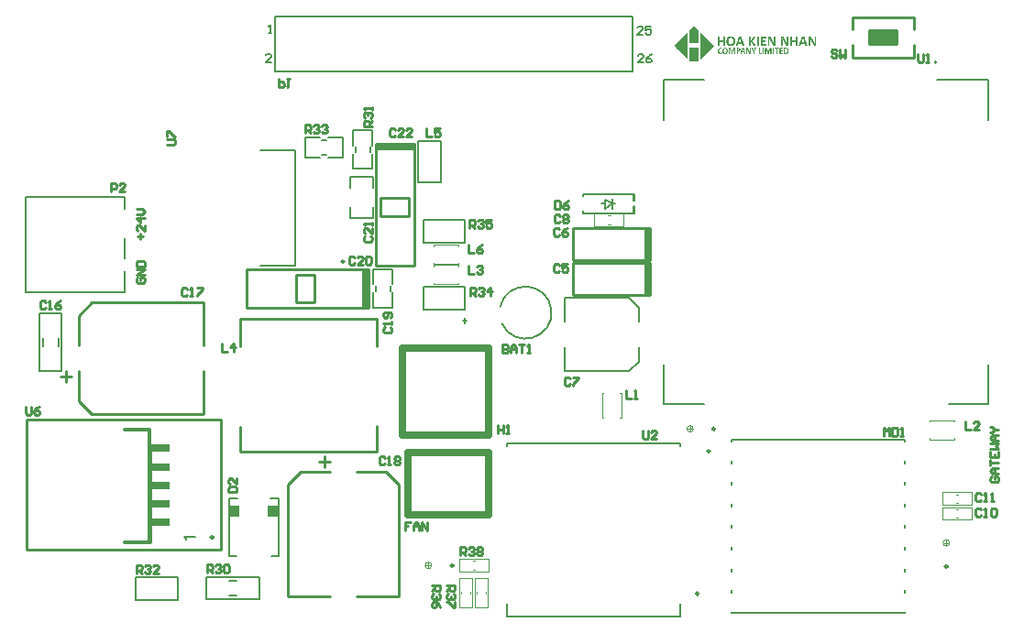
<source format=gto>
G04*
G04 #@! TF.GenerationSoftware,Altium Limited,Altium Designer,20.2.6 (244)*
G04*
G04 Layer_Color=65535*
%FSLAX24Y24*%
%MOIN*%
G70*
G04*
G04 #@! TF.SameCoordinates,01985295-A94F-4E40-9557-9D24556334AB*
G04*
G04*
G04 #@! TF.FilePolarity,Positive*
G04*
G01*
G75*
%ADD10C,0.0050*%
%ADD11C,0.0079*%
%ADD12C,0.0098*%
%ADD13C,0.0039*%
%ADD14C,0.0250*%
%ADD15C,0.0040*%
%ADD16C,0.0100*%
%ADD17C,0.0059*%
%ADD18C,0.0070*%
%ADD19C,0.0118*%
%ADD20C,0.0080*%
%ADD21R,0.0740X0.0299*%
%ADD22R,0.0740X0.0299*%
%ADD23R,0.1000X0.0500*%
%ADD24R,0.0398X0.0394*%
G36*
X28244Y21229D02*
X28257D01*
Y21222D01*
Y21216D01*
Y21209D01*
Y21203D01*
Y21197D01*
Y21190D01*
Y21184D01*
Y21177D01*
Y21171D01*
Y21164D01*
Y21158D01*
Y21151D01*
Y21145D01*
Y21138D01*
Y21132D01*
Y21125D01*
Y21119D01*
Y21112D01*
Y21106D01*
Y21099D01*
Y21093D01*
Y21086D01*
Y21080D01*
Y21074D01*
Y21067D01*
Y21061D01*
Y21054D01*
Y21048D01*
Y21041D01*
Y21035D01*
Y21028D01*
Y21022D01*
Y21015D01*
Y21009D01*
Y21002D01*
Y20996D01*
Y20989D01*
Y20983D01*
Y20976D01*
Y20970D01*
Y20964D01*
Y20957D01*
Y20951D01*
Y20944D01*
Y20938D01*
Y20931D01*
Y20925D01*
Y20918D01*
Y20912D01*
Y20905D01*
X28250D01*
Y20899D01*
X28192D01*
Y20905D01*
Y20912D01*
Y20918D01*
Y20925D01*
Y20931D01*
Y20938D01*
Y20944D01*
Y20951D01*
Y20957D01*
Y20964D01*
Y20970D01*
Y20976D01*
Y20983D01*
Y20989D01*
Y20996D01*
Y21002D01*
Y21009D01*
Y21015D01*
Y21022D01*
Y21028D01*
Y21035D01*
Y21041D01*
X28063D01*
Y21035D01*
Y21028D01*
Y21022D01*
Y21015D01*
Y21009D01*
Y21002D01*
Y20996D01*
Y20989D01*
Y20983D01*
Y20976D01*
Y20970D01*
Y20964D01*
Y20957D01*
Y20951D01*
Y20944D01*
Y20938D01*
Y20931D01*
Y20925D01*
Y20918D01*
Y20912D01*
Y20905D01*
X28056D01*
Y20899D01*
X27998D01*
Y20905D01*
Y20912D01*
Y20918D01*
Y20925D01*
Y20931D01*
Y20938D01*
Y20944D01*
Y20951D01*
Y20957D01*
Y20964D01*
Y20970D01*
Y20976D01*
Y20983D01*
Y20989D01*
Y20996D01*
Y21002D01*
Y21009D01*
Y21015D01*
Y21022D01*
Y21028D01*
Y21035D01*
Y21041D01*
Y21048D01*
Y21054D01*
Y21061D01*
Y21067D01*
Y21074D01*
Y21080D01*
Y21086D01*
Y21093D01*
Y21099D01*
Y21106D01*
Y21112D01*
Y21119D01*
Y21125D01*
Y21132D01*
Y21138D01*
Y21145D01*
Y21151D01*
Y21158D01*
Y21164D01*
Y21171D01*
Y21177D01*
Y21184D01*
Y21190D01*
Y21197D01*
Y21203D01*
Y21209D01*
Y21216D01*
Y21222D01*
Y21229D01*
X28011D01*
Y21235D01*
X28050D01*
Y21229D01*
X28063D01*
Y21222D01*
Y21216D01*
Y21209D01*
Y21203D01*
Y21197D01*
Y21190D01*
Y21184D01*
Y21177D01*
Y21171D01*
Y21164D01*
Y21158D01*
Y21151D01*
Y21145D01*
Y21138D01*
Y21132D01*
Y21125D01*
Y21119D01*
Y21112D01*
Y21106D01*
Y21099D01*
X28186D01*
Y21106D01*
X28192D01*
Y21112D01*
Y21119D01*
Y21125D01*
Y21132D01*
Y21138D01*
Y21145D01*
Y21151D01*
Y21158D01*
Y21164D01*
Y21171D01*
Y21177D01*
Y21184D01*
Y21190D01*
Y21197D01*
Y21203D01*
Y21209D01*
Y21216D01*
Y21222D01*
Y21229D01*
X28205D01*
Y21235D01*
X28244D01*
Y21229D01*
D02*
G37*
G36*
X25597D02*
X25610D01*
Y21222D01*
Y21216D01*
Y21209D01*
Y21203D01*
Y21197D01*
Y21190D01*
Y21184D01*
Y21177D01*
Y21171D01*
Y21164D01*
Y21158D01*
Y21151D01*
Y21145D01*
Y21138D01*
Y21132D01*
Y21125D01*
Y21119D01*
Y21112D01*
Y21106D01*
Y21099D01*
Y21093D01*
Y21086D01*
Y21080D01*
Y21074D01*
Y21067D01*
Y21061D01*
Y21054D01*
Y21048D01*
Y21041D01*
Y21035D01*
Y21028D01*
Y21022D01*
Y21015D01*
Y21009D01*
Y21002D01*
Y20996D01*
Y20989D01*
Y20983D01*
Y20976D01*
Y20970D01*
Y20964D01*
Y20957D01*
Y20951D01*
Y20944D01*
Y20938D01*
Y20931D01*
Y20925D01*
Y20918D01*
Y20912D01*
Y20905D01*
Y20899D01*
X25545D01*
Y20905D01*
Y20912D01*
Y20918D01*
Y20925D01*
Y20931D01*
Y20938D01*
Y20944D01*
Y20951D01*
Y20957D01*
Y20964D01*
Y20970D01*
Y20976D01*
Y20983D01*
Y20989D01*
Y20996D01*
Y21002D01*
Y21009D01*
Y21015D01*
Y21022D01*
Y21028D01*
Y21035D01*
Y21041D01*
X25416D01*
Y21035D01*
Y21028D01*
Y21022D01*
Y21015D01*
Y21009D01*
Y21002D01*
Y20996D01*
Y20989D01*
Y20983D01*
Y20976D01*
Y20970D01*
Y20964D01*
Y20957D01*
Y20951D01*
Y20944D01*
Y20938D01*
Y20931D01*
Y20925D01*
Y20918D01*
Y20912D01*
Y20905D01*
Y20899D01*
X25351D01*
Y20905D01*
Y20912D01*
Y20918D01*
Y20925D01*
Y20931D01*
Y20938D01*
Y20944D01*
Y20951D01*
Y20957D01*
Y20964D01*
Y20970D01*
Y20976D01*
Y20983D01*
Y20989D01*
Y20996D01*
Y21002D01*
Y21009D01*
Y21015D01*
Y21022D01*
Y21028D01*
Y21035D01*
Y21041D01*
Y21048D01*
Y21054D01*
Y21061D01*
Y21067D01*
Y21074D01*
Y21080D01*
Y21086D01*
Y21093D01*
Y21099D01*
Y21106D01*
Y21112D01*
Y21119D01*
Y21125D01*
Y21132D01*
Y21138D01*
Y21145D01*
Y21151D01*
Y21158D01*
Y21164D01*
Y21171D01*
Y21177D01*
Y21184D01*
Y21190D01*
Y21197D01*
Y21203D01*
Y21209D01*
Y21216D01*
Y21222D01*
Y21229D01*
X25364D01*
Y21235D01*
X25403D01*
Y21229D01*
X25416D01*
Y21222D01*
Y21216D01*
Y21209D01*
Y21203D01*
Y21197D01*
Y21190D01*
Y21184D01*
Y21177D01*
Y21171D01*
Y21164D01*
Y21158D01*
Y21151D01*
Y21145D01*
Y21138D01*
Y21132D01*
Y21125D01*
Y21119D01*
Y21112D01*
Y21106D01*
Y21099D01*
X25545D01*
Y21106D01*
Y21112D01*
Y21119D01*
Y21125D01*
Y21132D01*
Y21138D01*
Y21145D01*
Y21151D01*
Y21158D01*
Y21164D01*
Y21171D01*
Y21177D01*
Y21184D01*
Y21190D01*
Y21197D01*
Y21203D01*
Y21209D01*
Y21216D01*
Y21222D01*
Y21229D01*
X25558D01*
Y21235D01*
X25597D01*
Y21229D01*
D02*
G37*
G36*
X26704D02*
X26717D01*
Y21222D01*
Y21216D01*
Y21209D01*
Y21203D01*
X26710D01*
Y21197D01*
X26704D01*
Y21190D01*
X26697D01*
Y21184D01*
Y21177D01*
X26691D01*
Y21171D01*
X26684D01*
Y21164D01*
X26678D01*
Y21158D01*
Y21151D01*
X26671D01*
Y21145D01*
X26665D01*
Y21138D01*
X26658D01*
Y21132D01*
X26652D01*
Y21125D01*
Y21119D01*
X26646D01*
Y21112D01*
X26639D01*
Y21106D01*
X26633D01*
Y21099D01*
Y21093D01*
X26626D01*
Y21086D01*
X26620D01*
Y21080D01*
Y21074D01*
Y21067D01*
X26626D01*
Y21061D01*
X26633D01*
Y21054D01*
Y21048D01*
X26639D01*
Y21041D01*
X26646D01*
Y21035D01*
Y21028D01*
X26652D01*
Y21022D01*
X26658D01*
Y21015D01*
Y21009D01*
X26665D01*
Y21002D01*
X26671D01*
Y20996D01*
Y20989D01*
X26678D01*
Y20983D01*
X26684D01*
Y20976D01*
Y20970D01*
X26691D01*
Y20964D01*
X26697D01*
Y20957D01*
Y20951D01*
X26704D01*
Y20944D01*
X26710D01*
Y20938D01*
Y20931D01*
X26717D01*
Y20925D01*
X26723D01*
Y20918D01*
Y20912D01*
Y20905D01*
Y20899D01*
X26658D01*
Y20905D01*
X26652D01*
Y20912D01*
X26646D01*
Y20918D01*
X26639D01*
Y20925D01*
Y20931D01*
X26633D01*
Y20938D01*
Y20944D01*
X26626D01*
Y20951D01*
X26620D01*
Y20957D01*
Y20964D01*
X26613D01*
Y20970D01*
X26607D01*
Y20976D01*
Y20983D01*
X26600D01*
Y20989D01*
X26594D01*
Y20996D01*
Y21002D01*
X26587D01*
Y21009D01*
X26581D01*
Y21015D01*
Y21022D01*
X26574D01*
Y21028D01*
Y21035D01*
X26568D01*
Y21041D01*
X26561D01*
Y21048D01*
Y21054D01*
X26555D01*
Y21061D01*
X26548D01*
Y21054D01*
Y21048D01*
Y21041D01*
Y21035D01*
Y21028D01*
Y21022D01*
Y21015D01*
Y21009D01*
Y21002D01*
Y20996D01*
Y20989D01*
Y20983D01*
Y20976D01*
Y20970D01*
Y20964D01*
Y20957D01*
Y20951D01*
Y20944D01*
Y20938D01*
Y20931D01*
Y20925D01*
Y20918D01*
Y20912D01*
Y20905D01*
X26542D01*
Y20899D01*
X26484D01*
Y20905D01*
Y20912D01*
Y20918D01*
Y20925D01*
Y20931D01*
Y20938D01*
Y20944D01*
Y20951D01*
Y20957D01*
Y20964D01*
Y20970D01*
Y20976D01*
Y20983D01*
Y20989D01*
Y20996D01*
Y21002D01*
Y21009D01*
Y21015D01*
Y21022D01*
Y21028D01*
Y21035D01*
Y21041D01*
Y21048D01*
Y21054D01*
Y21061D01*
Y21067D01*
Y21074D01*
Y21080D01*
Y21086D01*
Y21093D01*
Y21099D01*
Y21106D01*
Y21112D01*
Y21119D01*
Y21125D01*
Y21132D01*
Y21138D01*
Y21145D01*
Y21151D01*
Y21158D01*
Y21164D01*
Y21171D01*
Y21177D01*
Y21184D01*
Y21190D01*
Y21197D01*
Y21203D01*
Y21209D01*
Y21216D01*
Y21222D01*
Y21229D01*
X26497D01*
Y21235D01*
X26535D01*
Y21229D01*
X26548D01*
Y21222D01*
Y21216D01*
Y21209D01*
Y21203D01*
Y21197D01*
Y21190D01*
Y21184D01*
Y21177D01*
Y21171D01*
Y21164D01*
Y21158D01*
Y21151D01*
Y21145D01*
Y21138D01*
Y21132D01*
Y21125D01*
Y21119D01*
Y21112D01*
Y21106D01*
Y21099D01*
Y21093D01*
Y21086D01*
X26555D01*
Y21093D01*
X26561D01*
Y21099D01*
Y21106D01*
X26568D01*
Y21112D01*
X26574D01*
Y21119D01*
Y21125D01*
X26581D01*
Y21132D01*
X26587D01*
Y21138D01*
X26594D01*
Y21145D01*
Y21151D01*
X26600D01*
Y21158D01*
X26607D01*
Y21164D01*
Y21171D01*
X26613D01*
Y21177D01*
X26620D01*
Y21184D01*
Y21190D01*
X26626D01*
Y21197D01*
X26633D01*
Y21203D01*
X26639D01*
Y21209D01*
Y21216D01*
X26646D01*
Y21222D01*
X26652D01*
Y21229D01*
X26665D01*
Y21235D01*
X26704D01*
Y21229D01*
D02*
G37*
G36*
X24497Y21604D02*
X24504D01*
Y21598D01*
X24510D01*
Y21591D01*
X24516D01*
Y21585D01*
X24523D01*
Y21578D01*
X24529D01*
Y21572D01*
X24536D01*
Y21565D01*
X24542D01*
Y21559D01*
X24549D01*
Y21552D01*
X24555D01*
Y21546D01*
X24562D01*
Y21539D01*
X24568D01*
Y21533D01*
X24575D01*
Y21527D01*
X24581D01*
Y21520D01*
X24588D01*
Y21514D01*
X24594D01*
Y21507D01*
X24601D01*
Y21501D01*
X24607D01*
Y21494D01*
X24614D01*
Y21488D01*
X24620D01*
Y21481D01*
X24626D01*
Y21475D01*
X24633D01*
Y21468D01*
X24639D01*
Y21462D01*
X24646D01*
Y21455D01*
Y21449D01*
Y21442D01*
Y21436D01*
Y21429D01*
Y21423D01*
Y21417D01*
Y21410D01*
Y21404D01*
Y21397D01*
Y21391D01*
Y21384D01*
Y21378D01*
Y21371D01*
Y21365D01*
Y21358D01*
Y21352D01*
Y21345D01*
Y21339D01*
Y21332D01*
Y21326D01*
Y21319D01*
Y21313D01*
Y21307D01*
Y21300D01*
Y21294D01*
Y21287D01*
Y21281D01*
Y21274D01*
Y21268D01*
Y21261D01*
Y21255D01*
Y21248D01*
Y21242D01*
Y21235D01*
Y21229D01*
Y21222D01*
Y21216D01*
Y21209D01*
Y21203D01*
Y21197D01*
Y21190D01*
Y21184D01*
Y21177D01*
Y21171D01*
Y21164D01*
Y21158D01*
Y21151D01*
Y21145D01*
Y21138D01*
Y21132D01*
Y21125D01*
Y21119D01*
Y21112D01*
Y21106D01*
Y21099D01*
Y21093D01*
Y21086D01*
Y21080D01*
Y21074D01*
Y21067D01*
Y21061D01*
Y21054D01*
Y21048D01*
Y21041D01*
Y21035D01*
Y21028D01*
Y21022D01*
Y21015D01*
Y21009D01*
X24322D01*
Y21015D01*
Y21022D01*
Y21028D01*
Y21035D01*
Y21041D01*
Y21048D01*
Y21054D01*
Y21061D01*
Y21067D01*
Y21074D01*
Y21080D01*
Y21086D01*
Y21093D01*
Y21099D01*
Y21106D01*
Y21112D01*
Y21119D01*
Y21125D01*
Y21132D01*
Y21138D01*
Y21145D01*
Y21151D01*
Y21158D01*
Y21164D01*
Y21171D01*
Y21177D01*
Y21184D01*
Y21190D01*
Y21197D01*
Y21203D01*
Y21209D01*
Y21216D01*
Y21222D01*
Y21229D01*
Y21235D01*
Y21242D01*
Y21248D01*
Y21255D01*
Y21261D01*
Y21268D01*
Y21274D01*
Y21281D01*
Y21287D01*
Y21294D01*
Y21300D01*
Y21307D01*
Y21313D01*
Y21319D01*
Y21326D01*
Y21332D01*
Y21339D01*
Y21345D01*
Y21352D01*
Y21358D01*
Y21365D01*
Y21371D01*
Y21378D01*
Y21384D01*
Y21391D01*
Y21397D01*
Y21404D01*
Y21410D01*
Y21417D01*
Y21423D01*
Y21429D01*
Y21436D01*
Y21442D01*
Y21449D01*
X24329D01*
Y21455D01*
X24335D01*
Y21462D01*
X24342D01*
Y21468D01*
X24348D01*
Y21475D01*
X24355D01*
Y21481D01*
X24361D01*
Y21488D01*
X24368D01*
Y21494D01*
X24374D01*
Y21501D01*
X24381D01*
Y21507D01*
X24387D01*
Y21514D01*
X24393D01*
Y21520D01*
X24400D01*
Y21527D01*
X24406D01*
Y21533D01*
X24413D01*
Y21539D01*
X24419D01*
Y21546D01*
X24426D01*
Y21552D01*
X24432D01*
Y21559D01*
X24439D01*
Y21565D01*
X24445D01*
Y21572D01*
X24452D01*
Y21578D01*
X24458D01*
Y21585D01*
X24465D01*
Y21591D01*
X24471D01*
Y21598D01*
X24478D01*
Y21604D01*
X24484D01*
Y21611D01*
X24497D01*
Y21604D01*
D02*
G37*
G36*
X28910Y21229D02*
X28930D01*
Y21222D01*
Y21216D01*
Y21209D01*
Y21203D01*
Y21197D01*
Y21190D01*
Y21184D01*
Y21177D01*
Y21171D01*
Y21164D01*
Y21158D01*
Y21151D01*
Y21145D01*
Y21138D01*
Y21132D01*
Y21125D01*
Y21119D01*
Y21112D01*
Y21106D01*
Y21099D01*
Y21093D01*
Y21086D01*
Y21080D01*
Y21074D01*
Y21067D01*
Y21061D01*
Y21054D01*
Y21048D01*
Y21041D01*
Y21035D01*
Y21028D01*
Y21022D01*
Y21015D01*
Y21009D01*
Y21002D01*
Y20996D01*
Y20989D01*
Y20983D01*
Y20976D01*
Y20970D01*
Y20964D01*
Y20957D01*
Y20951D01*
Y20944D01*
Y20938D01*
Y20931D01*
Y20925D01*
Y20918D01*
Y20912D01*
X28923D01*
Y20905D01*
X28917D01*
Y20899D01*
X28852D01*
Y20905D01*
X28846D01*
Y20912D01*
X28839D01*
Y20918D01*
X28833D01*
Y20925D01*
Y20931D01*
X28826D01*
Y20938D01*
Y20944D01*
X28820D01*
Y20951D01*
Y20957D01*
X28813D01*
Y20964D01*
Y20970D01*
X28807D01*
Y20976D01*
Y20983D01*
X28800D01*
Y20989D01*
X28794D01*
Y20996D01*
Y21002D01*
X28788D01*
Y21009D01*
Y21015D01*
X28781D01*
Y21022D01*
Y21028D01*
X28775D01*
Y21035D01*
Y21041D01*
X28768D01*
Y21048D01*
Y21054D01*
X28762D01*
Y21061D01*
Y21067D01*
X28755D01*
Y21074D01*
X28749D01*
Y21080D01*
Y21086D01*
X28742D01*
Y21093D01*
Y21099D01*
X28736D01*
Y21106D01*
Y21112D01*
X28729D01*
Y21119D01*
Y21125D01*
X28723D01*
Y21132D01*
Y21138D01*
Y21145D01*
X28716D01*
Y21151D01*
X28710D01*
Y21145D01*
Y21138D01*
Y21132D01*
Y21125D01*
Y21119D01*
X28716D01*
Y21112D01*
Y21106D01*
Y21099D01*
Y21093D01*
Y21086D01*
Y21080D01*
Y21074D01*
Y21067D01*
Y21061D01*
Y21054D01*
Y21048D01*
Y21041D01*
Y21035D01*
Y21028D01*
Y21022D01*
Y21015D01*
Y21009D01*
Y21002D01*
Y20996D01*
Y20989D01*
Y20983D01*
Y20976D01*
Y20970D01*
Y20964D01*
Y20957D01*
Y20951D01*
Y20944D01*
Y20938D01*
Y20931D01*
Y20925D01*
Y20918D01*
Y20912D01*
Y20905D01*
X28710D01*
Y20899D01*
X28658D01*
Y20905D01*
X28652D01*
Y20912D01*
Y20918D01*
Y20925D01*
Y20931D01*
Y20938D01*
Y20944D01*
Y20951D01*
Y20957D01*
Y20964D01*
Y20970D01*
Y20976D01*
Y20983D01*
Y20989D01*
Y20996D01*
Y21002D01*
Y21009D01*
Y21015D01*
Y21022D01*
Y21028D01*
Y21035D01*
Y21041D01*
Y21048D01*
Y21054D01*
Y21061D01*
Y21067D01*
Y21074D01*
Y21080D01*
Y21086D01*
Y21093D01*
Y21099D01*
Y21106D01*
Y21112D01*
Y21119D01*
Y21125D01*
Y21132D01*
Y21138D01*
Y21145D01*
Y21151D01*
Y21158D01*
Y21164D01*
Y21171D01*
Y21177D01*
Y21184D01*
Y21190D01*
Y21197D01*
Y21203D01*
Y21209D01*
Y21216D01*
X28658D01*
Y21222D01*
Y21229D01*
X28742D01*
Y21222D01*
X28749D01*
Y21216D01*
X28755D01*
Y21209D01*
Y21203D01*
X28762D01*
Y21197D01*
Y21190D01*
X28768D01*
Y21184D01*
Y21177D01*
X28775D01*
Y21171D01*
X28781D01*
Y21164D01*
Y21158D01*
X28788D01*
Y21151D01*
Y21145D01*
X28794D01*
Y21138D01*
Y21132D01*
X28800D01*
Y21125D01*
Y21119D01*
X28807D01*
Y21112D01*
Y21106D01*
X28813D01*
Y21099D01*
Y21093D01*
X28820D01*
Y21086D01*
X28826D01*
Y21080D01*
Y21074D01*
X28833D01*
Y21067D01*
Y21061D01*
X28839D01*
Y21054D01*
Y21048D01*
X28846D01*
Y21041D01*
Y21035D01*
X28852D01*
Y21028D01*
Y21022D01*
X28859D01*
Y21015D01*
Y21009D01*
X28865D01*
Y21002D01*
Y20996D01*
X28872D01*
Y21002D01*
Y21009D01*
Y21015D01*
Y21022D01*
Y21028D01*
Y21035D01*
Y21041D01*
Y21048D01*
Y21054D01*
Y21061D01*
Y21067D01*
Y21074D01*
Y21080D01*
Y21086D01*
Y21093D01*
Y21099D01*
Y21106D01*
Y21112D01*
Y21119D01*
Y21125D01*
Y21132D01*
Y21138D01*
Y21145D01*
Y21151D01*
Y21158D01*
Y21164D01*
Y21171D01*
Y21177D01*
Y21184D01*
Y21190D01*
Y21197D01*
Y21203D01*
Y21209D01*
Y21216D01*
Y21222D01*
Y21229D01*
X28891D01*
Y21235D01*
X28910D01*
Y21229D01*
D02*
G37*
G36*
X27901D02*
X27920D01*
Y21222D01*
Y21216D01*
Y21209D01*
Y21203D01*
Y21197D01*
Y21190D01*
Y21184D01*
Y21177D01*
Y21171D01*
Y21164D01*
Y21158D01*
Y21151D01*
Y21145D01*
Y21138D01*
Y21132D01*
Y21125D01*
Y21119D01*
Y21112D01*
Y21106D01*
Y21099D01*
Y21093D01*
Y21086D01*
Y21080D01*
Y21074D01*
Y21067D01*
Y21061D01*
Y21054D01*
Y21048D01*
Y21041D01*
Y21035D01*
Y21028D01*
Y21022D01*
Y21015D01*
Y21009D01*
Y21002D01*
Y20996D01*
Y20989D01*
Y20983D01*
Y20976D01*
Y20970D01*
Y20964D01*
Y20957D01*
Y20951D01*
Y20944D01*
Y20938D01*
Y20931D01*
Y20925D01*
Y20918D01*
Y20912D01*
X27914D01*
Y20905D01*
X27907D01*
Y20899D01*
X27843D01*
Y20905D01*
X27836D01*
Y20912D01*
X27830D01*
Y20918D01*
X27823D01*
Y20925D01*
Y20931D01*
X27817D01*
Y20938D01*
Y20944D01*
X27810D01*
Y20951D01*
Y20957D01*
X27804D01*
Y20964D01*
Y20970D01*
X27797D01*
Y20976D01*
Y20983D01*
X27791D01*
Y20989D01*
X27784D01*
Y20996D01*
Y21002D01*
X27778D01*
Y21009D01*
Y21015D01*
X27772D01*
Y21022D01*
Y21028D01*
X27765D01*
Y21035D01*
Y21041D01*
X27759D01*
Y21048D01*
Y21054D01*
X27752D01*
Y21061D01*
Y21067D01*
X27746D01*
Y21074D01*
X27739D01*
Y21080D01*
Y21086D01*
X27733D01*
Y21093D01*
Y21099D01*
X27726D01*
Y21106D01*
Y21112D01*
X27720D01*
Y21119D01*
Y21125D01*
X27713D01*
Y21132D01*
Y21138D01*
Y21145D01*
X27707D01*
Y21151D01*
X27700D01*
Y21145D01*
Y21138D01*
Y21132D01*
Y21125D01*
Y21119D01*
X27707D01*
Y21112D01*
Y21106D01*
Y21099D01*
Y21093D01*
Y21086D01*
Y21080D01*
Y21074D01*
Y21067D01*
Y21061D01*
Y21054D01*
Y21048D01*
Y21041D01*
Y21035D01*
Y21028D01*
Y21022D01*
Y21015D01*
Y21009D01*
Y21002D01*
Y20996D01*
Y20989D01*
Y20983D01*
Y20976D01*
Y20970D01*
Y20964D01*
Y20957D01*
Y20951D01*
Y20944D01*
Y20938D01*
Y20931D01*
Y20925D01*
Y20918D01*
Y20912D01*
Y20905D01*
X27700D01*
Y20899D01*
X27649D01*
Y20905D01*
X27642D01*
Y20912D01*
Y20918D01*
Y20925D01*
Y20931D01*
Y20938D01*
Y20944D01*
Y20951D01*
Y20957D01*
Y20964D01*
Y20970D01*
Y20976D01*
Y20983D01*
Y20989D01*
Y20996D01*
Y21002D01*
Y21009D01*
Y21015D01*
Y21022D01*
Y21028D01*
Y21035D01*
Y21041D01*
Y21048D01*
Y21054D01*
Y21061D01*
Y21067D01*
Y21074D01*
Y21080D01*
Y21086D01*
Y21093D01*
Y21099D01*
Y21106D01*
Y21112D01*
Y21119D01*
Y21125D01*
Y21132D01*
Y21138D01*
Y21145D01*
Y21151D01*
Y21158D01*
Y21164D01*
Y21171D01*
Y21177D01*
Y21184D01*
Y21190D01*
Y21197D01*
Y21203D01*
Y21209D01*
Y21216D01*
X27649D01*
Y21222D01*
Y21229D01*
X27733D01*
Y21222D01*
X27739D01*
Y21216D01*
X27746D01*
Y21209D01*
Y21203D01*
X27752D01*
Y21197D01*
Y21190D01*
X27759D01*
Y21184D01*
Y21177D01*
X27765D01*
Y21171D01*
X27772D01*
Y21164D01*
Y21158D01*
X27778D01*
Y21151D01*
Y21145D01*
X27784D01*
Y21138D01*
Y21132D01*
X27791D01*
Y21125D01*
Y21119D01*
X27797D01*
Y21112D01*
Y21106D01*
X27804D01*
Y21099D01*
Y21093D01*
X27810D01*
Y21086D01*
X27817D01*
Y21080D01*
Y21074D01*
X27823D01*
Y21067D01*
Y21061D01*
X27830D01*
Y21054D01*
Y21048D01*
X27836D01*
Y21041D01*
Y21035D01*
X27843D01*
Y21028D01*
Y21022D01*
X27849D01*
Y21015D01*
Y21009D01*
X27856D01*
Y21002D01*
Y20996D01*
X27862D01*
Y21002D01*
Y21009D01*
Y21015D01*
Y21022D01*
Y21028D01*
Y21035D01*
Y21041D01*
Y21048D01*
Y21054D01*
Y21061D01*
Y21067D01*
Y21074D01*
Y21080D01*
Y21086D01*
Y21093D01*
Y21099D01*
Y21106D01*
Y21112D01*
Y21119D01*
Y21125D01*
Y21132D01*
Y21138D01*
Y21145D01*
Y21151D01*
Y21158D01*
Y21164D01*
Y21171D01*
Y21177D01*
Y21184D01*
Y21190D01*
Y21197D01*
Y21203D01*
Y21209D01*
Y21216D01*
Y21222D01*
Y21229D01*
X27882D01*
Y21235D01*
X27901D01*
Y21229D01*
D02*
G37*
G36*
X27429D02*
X27448D01*
Y21222D01*
Y21216D01*
Y21209D01*
Y21203D01*
Y21197D01*
Y21190D01*
Y21184D01*
Y21177D01*
Y21171D01*
Y21164D01*
Y21158D01*
Y21151D01*
Y21145D01*
Y21138D01*
Y21132D01*
Y21125D01*
Y21119D01*
Y21112D01*
Y21106D01*
Y21099D01*
Y21093D01*
Y21086D01*
Y21080D01*
Y21074D01*
Y21067D01*
Y21061D01*
Y21054D01*
Y21048D01*
Y21041D01*
Y21035D01*
Y21028D01*
Y21022D01*
Y21015D01*
Y21009D01*
Y21002D01*
Y20996D01*
Y20989D01*
Y20983D01*
Y20976D01*
Y20970D01*
Y20964D01*
Y20957D01*
Y20951D01*
Y20944D01*
Y20938D01*
Y20931D01*
Y20925D01*
Y20918D01*
Y20912D01*
Y20905D01*
X27441D01*
Y20899D01*
X27377D01*
Y20905D01*
X27364D01*
Y20912D01*
X27357D01*
Y20918D01*
Y20925D01*
X27351D01*
Y20931D01*
Y20938D01*
X27344D01*
Y20944D01*
X27338D01*
Y20951D01*
Y20957D01*
X27331D01*
Y20964D01*
Y20970D01*
X27325D01*
Y20976D01*
Y20983D01*
X27319D01*
Y20989D01*
Y20996D01*
X27312D01*
Y21002D01*
Y21009D01*
X27306D01*
Y21015D01*
Y21022D01*
X27299D01*
Y21028D01*
Y21035D01*
X27293D01*
Y21041D01*
X27286D01*
Y21048D01*
Y21054D01*
X27280D01*
Y21061D01*
Y21067D01*
X27273D01*
Y21074D01*
Y21080D01*
X27267D01*
Y21086D01*
Y21093D01*
X27260D01*
Y21099D01*
Y21106D01*
X27254D01*
Y21112D01*
Y21119D01*
X27247D01*
Y21125D01*
Y21132D01*
X27241D01*
Y21138D01*
Y21145D01*
X27234D01*
Y21138D01*
Y21132D01*
Y21125D01*
Y21119D01*
Y21112D01*
Y21106D01*
Y21099D01*
Y21093D01*
Y21086D01*
Y21080D01*
Y21074D01*
Y21067D01*
Y21061D01*
Y21054D01*
Y21048D01*
Y21041D01*
Y21035D01*
Y21028D01*
Y21022D01*
Y21015D01*
Y21009D01*
Y21002D01*
Y20996D01*
Y20989D01*
Y20983D01*
Y20976D01*
Y20970D01*
Y20964D01*
Y20957D01*
Y20951D01*
Y20944D01*
Y20938D01*
Y20931D01*
Y20925D01*
Y20918D01*
Y20912D01*
Y20905D01*
X27228D01*
Y20899D01*
X27176D01*
Y20905D01*
Y20912D01*
Y20918D01*
Y20925D01*
Y20931D01*
Y20938D01*
Y20944D01*
Y20951D01*
Y20957D01*
Y20964D01*
Y20970D01*
Y20976D01*
Y20983D01*
Y20989D01*
Y20996D01*
Y21002D01*
Y21009D01*
Y21015D01*
Y21022D01*
Y21028D01*
Y21035D01*
Y21041D01*
Y21048D01*
Y21054D01*
Y21061D01*
Y21067D01*
Y21074D01*
Y21080D01*
Y21086D01*
Y21093D01*
Y21099D01*
Y21106D01*
Y21112D01*
Y21119D01*
Y21125D01*
Y21132D01*
Y21138D01*
Y21145D01*
Y21151D01*
Y21158D01*
Y21164D01*
Y21171D01*
Y21177D01*
Y21184D01*
Y21190D01*
Y21197D01*
Y21203D01*
Y21209D01*
Y21216D01*
Y21222D01*
Y21229D01*
X27260D01*
Y21222D01*
X27267D01*
Y21216D01*
X27273D01*
Y21209D01*
X27280D01*
Y21203D01*
Y21197D01*
X27286D01*
Y21190D01*
Y21184D01*
X27293D01*
Y21177D01*
Y21171D01*
X27299D01*
Y21164D01*
Y21158D01*
X27306D01*
Y21151D01*
Y21145D01*
X27312D01*
Y21138D01*
Y21132D01*
X27319D01*
Y21125D01*
X27325D01*
Y21119D01*
Y21112D01*
X27331D01*
Y21106D01*
Y21099D01*
X27338D01*
Y21093D01*
Y21086D01*
X27344D01*
Y21080D01*
Y21074D01*
X27351D01*
Y21067D01*
Y21061D01*
X27357D01*
Y21054D01*
Y21048D01*
X27364D01*
Y21041D01*
Y21035D01*
X27370D01*
Y21028D01*
Y21022D01*
X27377D01*
Y21015D01*
Y21009D01*
X27383D01*
Y21002D01*
Y20996D01*
X27390D01*
Y21002D01*
Y21009D01*
Y21015D01*
Y21022D01*
Y21028D01*
Y21035D01*
Y21041D01*
Y21048D01*
Y21054D01*
Y21061D01*
Y21067D01*
Y21074D01*
Y21080D01*
Y21086D01*
Y21093D01*
Y21099D01*
Y21106D01*
Y21112D01*
Y21119D01*
Y21125D01*
Y21132D01*
Y21138D01*
Y21145D01*
Y21151D01*
Y21158D01*
Y21164D01*
Y21171D01*
Y21177D01*
Y21184D01*
Y21190D01*
Y21197D01*
Y21203D01*
Y21209D01*
Y21216D01*
Y21222D01*
Y21229D01*
X27409D01*
Y21235D01*
X27429D01*
Y21229D01*
D02*
G37*
G36*
X28483D02*
X28496D01*
Y21222D01*
X28503D01*
Y21216D01*
Y21209D01*
Y21203D01*
X28509D01*
Y21197D01*
Y21190D01*
Y21184D01*
X28516D01*
Y21177D01*
Y21171D01*
Y21164D01*
X28522D01*
Y21158D01*
Y21151D01*
X28529D01*
Y21145D01*
Y21138D01*
Y21132D01*
X28535D01*
Y21125D01*
Y21119D01*
Y21112D01*
X28542D01*
Y21106D01*
Y21099D01*
Y21093D01*
X28548D01*
Y21086D01*
Y21080D01*
Y21074D01*
X28555D01*
Y21067D01*
Y21061D01*
Y21054D01*
X28561D01*
Y21048D01*
Y21041D01*
X28567D01*
Y21035D01*
Y21028D01*
Y21022D01*
X28574D01*
Y21015D01*
Y21009D01*
Y21002D01*
X28580D01*
Y20996D01*
Y20989D01*
Y20983D01*
X28587D01*
Y20976D01*
Y20970D01*
Y20964D01*
X28593D01*
Y20957D01*
Y20951D01*
Y20944D01*
X28600D01*
Y20938D01*
Y20931D01*
X28606D01*
Y20925D01*
Y20918D01*
Y20912D01*
Y20905D01*
Y20899D01*
X28542D01*
Y20905D01*
X28535D01*
Y20912D01*
Y20918D01*
X28529D01*
Y20925D01*
Y20931D01*
Y20938D01*
X28522D01*
Y20944D01*
Y20951D01*
Y20957D01*
X28516D01*
Y20964D01*
Y20970D01*
Y20976D01*
X28386D01*
Y20970D01*
Y20964D01*
X28380D01*
Y20957D01*
Y20951D01*
Y20944D01*
X28373D01*
Y20938D01*
Y20931D01*
Y20925D01*
X28367D01*
Y20918D01*
Y20912D01*
Y20905D01*
X28360D01*
Y20899D01*
X28302D01*
Y20905D01*
Y20912D01*
Y20918D01*
Y20925D01*
Y20931D01*
X28309D01*
Y20938D01*
Y20944D01*
Y20951D01*
X28315D01*
Y20957D01*
Y20964D01*
Y20970D01*
X28322D01*
Y20976D01*
Y20983D01*
Y20989D01*
X28328D01*
Y20996D01*
Y21002D01*
X28335D01*
Y21009D01*
Y21015D01*
Y21022D01*
X28341D01*
Y21028D01*
Y21035D01*
Y21041D01*
X28347D01*
Y21048D01*
Y21054D01*
Y21061D01*
X28354D01*
Y21067D01*
Y21074D01*
Y21080D01*
X28360D01*
Y21086D01*
Y21093D01*
Y21099D01*
X28367D01*
Y21106D01*
Y21112D01*
X28373D01*
Y21119D01*
Y21125D01*
Y21132D01*
X28380D01*
Y21138D01*
Y21145D01*
Y21151D01*
X28386D01*
Y21158D01*
Y21164D01*
Y21171D01*
X28393D01*
Y21177D01*
Y21184D01*
Y21190D01*
X28399D01*
Y21197D01*
Y21203D01*
Y21209D01*
X28406D01*
Y21216D01*
Y21222D01*
X28412D01*
Y21229D01*
X28425D01*
Y21235D01*
X28483D01*
Y21229D01*
D02*
G37*
G36*
X27111Y21222D02*
Y21216D01*
Y21209D01*
Y21203D01*
Y21197D01*
Y21190D01*
Y21184D01*
X27105D01*
Y21177D01*
X26982D01*
Y21171D01*
Y21164D01*
Y21158D01*
Y21151D01*
Y21145D01*
Y21138D01*
Y21132D01*
Y21125D01*
Y21119D01*
Y21112D01*
Y21106D01*
Y21099D01*
X27086D01*
Y21093D01*
X27092D01*
Y21086D01*
Y21080D01*
Y21074D01*
Y21067D01*
Y21061D01*
Y21054D01*
Y21048D01*
X26982D01*
Y21041D01*
Y21035D01*
Y21028D01*
Y21022D01*
Y21015D01*
Y21009D01*
Y21002D01*
Y20996D01*
Y20989D01*
Y20983D01*
Y20976D01*
Y20970D01*
Y20964D01*
Y20957D01*
Y20951D01*
X27111D01*
Y20944D01*
Y20938D01*
Y20931D01*
Y20925D01*
Y20918D01*
Y20912D01*
Y20905D01*
Y20899D01*
X26924D01*
Y20905D01*
X26917D01*
Y20912D01*
Y20918D01*
Y20925D01*
Y20931D01*
Y20938D01*
Y20944D01*
Y20951D01*
Y20957D01*
Y20964D01*
Y20970D01*
Y20976D01*
Y20983D01*
Y20989D01*
Y20996D01*
Y21002D01*
Y21009D01*
Y21015D01*
Y21022D01*
Y21028D01*
Y21035D01*
Y21041D01*
Y21048D01*
Y21054D01*
Y21061D01*
Y21067D01*
Y21074D01*
Y21080D01*
Y21086D01*
Y21093D01*
Y21099D01*
Y21106D01*
Y21112D01*
Y21119D01*
Y21125D01*
Y21132D01*
Y21138D01*
Y21145D01*
Y21151D01*
Y21158D01*
Y21164D01*
Y21171D01*
Y21177D01*
Y21184D01*
Y21190D01*
Y21197D01*
Y21203D01*
Y21209D01*
Y21216D01*
Y21222D01*
Y21229D01*
X27111D01*
Y21222D01*
D02*
G37*
G36*
X26827Y21229D02*
X26840D01*
Y21222D01*
Y21216D01*
Y21209D01*
Y21203D01*
Y21197D01*
Y21190D01*
Y21184D01*
Y21177D01*
Y21171D01*
Y21164D01*
Y21158D01*
Y21151D01*
Y21145D01*
Y21138D01*
Y21132D01*
Y21125D01*
Y21119D01*
Y21112D01*
Y21106D01*
Y21099D01*
Y21093D01*
Y21086D01*
Y21080D01*
Y21074D01*
Y21067D01*
Y21061D01*
Y21054D01*
Y21048D01*
Y21041D01*
Y21035D01*
Y21028D01*
Y21022D01*
Y21015D01*
Y21009D01*
Y21002D01*
Y20996D01*
Y20989D01*
Y20983D01*
Y20976D01*
Y20970D01*
Y20964D01*
Y20957D01*
Y20951D01*
Y20944D01*
Y20938D01*
Y20931D01*
Y20925D01*
Y20918D01*
Y20912D01*
Y20905D01*
X26833D01*
Y20899D01*
X26775D01*
Y20905D01*
Y20912D01*
Y20918D01*
Y20925D01*
Y20931D01*
Y20938D01*
Y20944D01*
Y20951D01*
Y20957D01*
Y20964D01*
Y20970D01*
Y20976D01*
Y20983D01*
Y20989D01*
Y20996D01*
Y21002D01*
Y21009D01*
Y21015D01*
Y21022D01*
Y21028D01*
Y21035D01*
Y21041D01*
Y21048D01*
Y21054D01*
Y21061D01*
Y21067D01*
Y21074D01*
Y21080D01*
Y21086D01*
Y21093D01*
Y21099D01*
Y21106D01*
Y21112D01*
Y21119D01*
Y21125D01*
Y21132D01*
Y21138D01*
Y21145D01*
Y21151D01*
Y21158D01*
Y21164D01*
Y21171D01*
Y21177D01*
Y21184D01*
Y21190D01*
Y21197D01*
Y21203D01*
Y21209D01*
Y21216D01*
Y21222D01*
Y21229D01*
X26788D01*
Y21235D01*
X26827D01*
Y21229D01*
D02*
G37*
G36*
X26193D02*
X26205D01*
Y21222D01*
Y21216D01*
X26212D01*
Y21209D01*
Y21203D01*
Y21197D01*
X26218D01*
Y21190D01*
Y21184D01*
X26225D01*
Y21177D01*
Y21171D01*
Y21164D01*
X26231D01*
Y21158D01*
Y21151D01*
Y21145D01*
X26238D01*
Y21138D01*
Y21132D01*
Y21125D01*
X26244D01*
Y21119D01*
Y21112D01*
Y21106D01*
X26251D01*
Y21099D01*
Y21093D01*
Y21086D01*
X26257D01*
Y21080D01*
Y21074D01*
X26264D01*
Y21067D01*
Y21061D01*
Y21054D01*
X26270D01*
Y21048D01*
Y21041D01*
Y21035D01*
X26277D01*
Y21028D01*
Y21022D01*
Y21015D01*
X26283D01*
Y21009D01*
Y21002D01*
Y20996D01*
X26290D01*
Y20989D01*
Y20983D01*
Y20976D01*
X26296D01*
Y20970D01*
Y20964D01*
X26303D01*
Y20957D01*
Y20951D01*
Y20944D01*
X26309D01*
Y20938D01*
Y20931D01*
Y20925D01*
X26315D01*
Y20918D01*
Y20912D01*
Y20905D01*
Y20899D01*
X26251D01*
Y20905D01*
X26244D01*
Y20912D01*
Y20918D01*
X26238D01*
Y20925D01*
Y20931D01*
Y20938D01*
X26231D01*
Y20944D01*
Y20951D01*
Y20957D01*
X26225D01*
Y20964D01*
Y20970D01*
X26218D01*
Y20976D01*
X26095D01*
Y20970D01*
Y20964D01*
X26089D01*
Y20957D01*
Y20951D01*
Y20944D01*
X26082D01*
Y20938D01*
Y20931D01*
Y20925D01*
X26076D01*
Y20918D01*
Y20912D01*
Y20905D01*
X26070D01*
Y20899D01*
X26011D01*
Y20905D01*
X26005D01*
Y20912D01*
Y20918D01*
X26011D01*
Y20925D01*
Y20931D01*
Y20938D01*
X26018D01*
Y20944D01*
Y20951D01*
Y20957D01*
X26024D01*
Y20964D01*
Y20970D01*
X26031D01*
Y20976D01*
Y20983D01*
Y20989D01*
X26037D01*
Y20996D01*
Y21002D01*
Y21009D01*
X26044D01*
Y21015D01*
Y21022D01*
Y21028D01*
X26050D01*
Y21035D01*
Y21041D01*
Y21048D01*
X26057D01*
Y21054D01*
Y21061D01*
Y21067D01*
X26063D01*
Y21074D01*
Y21080D01*
X26070D01*
Y21086D01*
Y21093D01*
Y21099D01*
X26076D01*
Y21106D01*
Y21112D01*
Y21119D01*
X26082D01*
Y21125D01*
Y21132D01*
Y21138D01*
X26089D01*
Y21145D01*
Y21151D01*
Y21158D01*
X26095D01*
Y21164D01*
Y21171D01*
Y21177D01*
X26102D01*
Y21184D01*
Y21190D01*
Y21197D01*
X26108D01*
Y21203D01*
Y21209D01*
X26115D01*
Y21216D01*
Y21222D01*
Y21229D01*
X26128D01*
Y21235D01*
X26193D01*
Y21229D01*
D02*
G37*
G36*
X25882D02*
X25901D01*
Y21222D01*
X25914D01*
Y21216D01*
X25927D01*
Y21209D01*
X25940D01*
Y21203D01*
X25947D01*
Y21197D01*
X25953D01*
Y21190D01*
Y21184D01*
X25960D01*
Y21177D01*
X25966D01*
Y21171D01*
Y21164D01*
X25972D01*
Y21158D01*
Y21151D01*
Y21145D01*
X25979D01*
Y21138D01*
Y21132D01*
Y21125D01*
Y21119D01*
X25985D01*
Y21112D01*
Y21106D01*
Y21099D01*
Y21093D01*
Y21086D01*
Y21080D01*
Y21074D01*
Y21067D01*
Y21061D01*
Y21054D01*
Y21048D01*
Y21041D01*
Y21035D01*
Y21028D01*
Y21022D01*
X25979D01*
Y21015D01*
Y21009D01*
Y21002D01*
Y20996D01*
X25972D01*
Y20989D01*
Y20983D01*
Y20976D01*
X25966D01*
Y20970D01*
Y20964D01*
X25960D01*
Y20957D01*
X25953D01*
Y20951D01*
Y20944D01*
X25947D01*
Y20938D01*
X25940D01*
Y20931D01*
X25934D01*
Y20925D01*
X25927D01*
Y20918D01*
X25914D01*
Y20912D01*
X25901D01*
Y20905D01*
X25888D01*
Y20899D01*
X25856D01*
Y20892D01*
X25791D01*
Y20899D01*
X25759D01*
Y20905D01*
X25746D01*
Y20912D01*
X25733D01*
Y20918D01*
X25720D01*
Y20925D01*
X25714D01*
Y20931D01*
X25707D01*
Y20938D01*
X25701D01*
Y20944D01*
X25694D01*
Y20951D01*
Y20957D01*
X25688D01*
Y20964D01*
Y20970D01*
X25681D01*
Y20976D01*
Y20983D01*
Y20989D01*
X25675D01*
Y20996D01*
Y21002D01*
Y21009D01*
Y21015D01*
X25668D01*
Y21022D01*
Y21028D01*
Y21035D01*
Y21041D01*
Y21048D01*
Y21054D01*
Y21061D01*
Y21067D01*
Y21074D01*
Y21080D01*
Y21086D01*
Y21093D01*
Y21099D01*
Y21106D01*
X25675D01*
Y21112D01*
Y21119D01*
Y21125D01*
Y21132D01*
X25681D01*
Y21138D01*
Y21145D01*
Y21151D01*
X25688D01*
Y21158D01*
Y21164D01*
X25694D01*
Y21171D01*
Y21177D01*
X25701D01*
Y21184D01*
X25707D01*
Y21190D01*
X25714D01*
Y21197D01*
X25720D01*
Y21203D01*
X25727D01*
Y21209D01*
X25733D01*
Y21216D01*
X25746D01*
Y21222D01*
X25759D01*
Y21229D01*
X25778D01*
Y21235D01*
X25882D01*
Y21229D01*
D02*
G37*
G36*
X25468Y20821D02*
X25487D01*
Y20815D01*
X25500D01*
Y20808D01*
Y20802D01*
Y20795D01*
Y20789D01*
Y20782D01*
Y20776D01*
Y20769D01*
X25494D01*
Y20776D01*
X25487D01*
Y20782D01*
X25474D01*
Y20789D01*
X25429D01*
Y20782D01*
X25422D01*
Y20776D01*
X25416D01*
Y20769D01*
X25409D01*
Y20763D01*
X25403D01*
Y20756D01*
Y20750D01*
Y20744D01*
X25397D01*
Y20737D01*
Y20731D01*
Y20724D01*
Y20718D01*
Y20711D01*
Y20705D01*
Y20698D01*
Y20692D01*
Y20685D01*
X25403D01*
Y20679D01*
Y20672D01*
Y20666D01*
X25409D01*
Y20659D01*
X25416D01*
Y20653D01*
X25422D01*
Y20646D01*
X25435D01*
Y20640D01*
X25468D01*
Y20646D01*
X25481D01*
Y20653D01*
X25494D01*
Y20659D01*
X25500D01*
Y20653D01*
X25507D01*
Y20646D01*
Y20640D01*
Y20634D01*
Y20627D01*
X25500D01*
Y20621D01*
X25494D01*
Y20614D01*
X25481D01*
Y20608D01*
X25409D01*
Y20614D01*
X25397D01*
Y20621D01*
X25384D01*
Y20627D01*
X25377D01*
Y20634D01*
X25371D01*
Y20640D01*
Y20646D01*
X25364D01*
Y20653D01*
Y20659D01*
X25358D01*
Y20666D01*
Y20672D01*
Y20679D01*
Y20685D01*
X25351D01*
Y20692D01*
Y20698D01*
Y20705D01*
Y20711D01*
Y20718D01*
Y20724D01*
Y20731D01*
Y20737D01*
X25358D01*
Y20744D01*
Y20750D01*
Y20756D01*
Y20763D01*
X25364D01*
Y20769D01*
Y20776D01*
Y20782D01*
X25371D01*
Y20789D01*
X25377D01*
Y20795D01*
Y20802D01*
X25384D01*
Y20808D01*
X25397D01*
Y20815D01*
X25409D01*
Y20821D01*
X25429D01*
Y20828D01*
X25468D01*
Y20821D01*
D02*
G37*
G36*
X26743Y20815D02*
Y20808D01*
X26736D01*
Y20802D01*
Y20795D01*
X26730D01*
Y20789D01*
Y20782D01*
X26723D01*
Y20776D01*
Y20769D01*
X26717D01*
Y20763D01*
Y20756D01*
X26710D01*
Y20750D01*
Y20744D01*
X26704D01*
Y20737D01*
Y20731D01*
Y20724D01*
X26697D01*
Y20718D01*
Y20711D01*
X26691D01*
Y20705D01*
Y20698D01*
X26684D01*
Y20692D01*
Y20685D01*
Y20679D01*
Y20672D01*
Y20666D01*
Y20659D01*
Y20653D01*
Y20646D01*
Y20640D01*
Y20634D01*
Y20627D01*
Y20621D01*
Y20614D01*
X26678D01*
Y20608D01*
X26646D01*
Y20614D01*
X26639D01*
Y20621D01*
Y20627D01*
Y20634D01*
Y20640D01*
Y20646D01*
Y20653D01*
Y20659D01*
Y20666D01*
Y20672D01*
Y20679D01*
Y20685D01*
Y20692D01*
Y20698D01*
X26633D01*
Y20705D01*
Y20711D01*
Y20718D01*
X26626D01*
Y20724D01*
Y20731D01*
X26620D01*
Y20737D01*
Y20744D01*
X26613D01*
Y20750D01*
Y20756D01*
X26607D01*
Y20763D01*
Y20769D01*
X26600D01*
Y20776D01*
Y20782D01*
X26594D01*
Y20789D01*
Y20795D01*
X26587D01*
Y20802D01*
Y20808D01*
X26581D01*
Y20815D01*
Y20821D01*
X26626D01*
Y20815D01*
Y20808D01*
X26633D01*
Y20802D01*
Y20795D01*
X26639D01*
Y20789D01*
Y20782D01*
X26646D01*
Y20776D01*
Y20769D01*
Y20763D01*
X26652D01*
Y20756D01*
Y20750D01*
X26658D01*
Y20744D01*
Y20737D01*
Y20731D01*
X26665D01*
Y20737D01*
Y20744D01*
X26671D01*
Y20750D01*
Y20756D01*
Y20763D01*
X26678D01*
Y20769D01*
Y20776D01*
X26684D01*
Y20782D01*
Y20789D01*
X26691D01*
Y20795D01*
Y20802D01*
Y20808D01*
X26697D01*
Y20815D01*
Y20821D01*
X26743D01*
Y20815D01*
D02*
G37*
G36*
X26555D02*
Y20808D01*
Y20802D01*
Y20795D01*
Y20789D01*
Y20782D01*
Y20776D01*
Y20769D01*
Y20763D01*
Y20756D01*
Y20750D01*
Y20744D01*
Y20737D01*
Y20731D01*
Y20724D01*
Y20718D01*
Y20711D01*
Y20705D01*
Y20698D01*
Y20692D01*
Y20685D01*
Y20679D01*
Y20672D01*
Y20666D01*
Y20659D01*
Y20653D01*
Y20646D01*
Y20640D01*
Y20634D01*
Y20627D01*
Y20621D01*
Y20614D01*
X26548D01*
Y20608D01*
X26510D01*
Y20614D01*
X26497D01*
Y20621D01*
Y20627D01*
X26490D01*
Y20634D01*
Y20640D01*
X26484D01*
Y20646D01*
Y20653D01*
X26477D01*
Y20659D01*
Y20666D01*
X26471D01*
Y20672D01*
Y20679D01*
X26464D01*
Y20685D01*
Y20692D01*
X26458D01*
Y20698D01*
Y20705D01*
X26451D01*
Y20711D01*
Y20718D01*
X26445D01*
Y20724D01*
Y20731D01*
X26438D01*
Y20737D01*
Y20744D01*
X26432D01*
Y20750D01*
Y20756D01*
X26425D01*
Y20763D01*
X26419D01*
Y20756D01*
Y20750D01*
Y20744D01*
Y20737D01*
Y20731D01*
Y20724D01*
Y20718D01*
Y20711D01*
Y20705D01*
Y20698D01*
Y20692D01*
Y20685D01*
Y20679D01*
Y20672D01*
Y20666D01*
Y20659D01*
Y20653D01*
Y20646D01*
Y20640D01*
Y20634D01*
Y20627D01*
Y20621D01*
Y20614D01*
Y20608D01*
X26387D01*
Y20614D01*
Y20621D01*
Y20627D01*
Y20634D01*
Y20640D01*
Y20646D01*
Y20653D01*
Y20659D01*
Y20666D01*
Y20672D01*
Y20679D01*
Y20685D01*
Y20692D01*
Y20698D01*
Y20705D01*
Y20711D01*
Y20718D01*
Y20724D01*
Y20731D01*
Y20737D01*
Y20744D01*
Y20750D01*
Y20756D01*
Y20763D01*
Y20769D01*
Y20776D01*
Y20782D01*
Y20789D01*
Y20795D01*
Y20802D01*
Y20808D01*
Y20815D01*
Y20821D01*
X26438D01*
Y20815D01*
X26445D01*
Y20808D01*
X26451D01*
Y20802D01*
Y20795D01*
X26458D01*
Y20789D01*
Y20782D01*
X26464D01*
Y20776D01*
Y20769D01*
X26471D01*
Y20763D01*
Y20756D01*
X26477D01*
Y20750D01*
Y20744D01*
X26484D01*
Y20737D01*
Y20731D01*
X26490D01*
Y20724D01*
Y20718D01*
X26497D01*
Y20711D01*
Y20705D01*
X26503D01*
Y20698D01*
Y20692D01*
X26510D01*
Y20685D01*
Y20679D01*
X26516D01*
Y20685D01*
Y20692D01*
Y20698D01*
Y20705D01*
Y20711D01*
Y20718D01*
Y20724D01*
Y20731D01*
Y20737D01*
Y20744D01*
Y20750D01*
Y20756D01*
Y20763D01*
Y20769D01*
Y20776D01*
Y20782D01*
Y20789D01*
Y20795D01*
Y20802D01*
Y20808D01*
Y20815D01*
Y20821D01*
X26555D01*
Y20815D01*
D02*
G37*
G36*
X27299D02*
X27306D01*
Y20808D01*
Y20802D01*
Y20795D01*
Y20789D01*
Y20782D01*
Y20776D01*
Y20769D01*
Y20763D01*
Y20756D01*
Y20750D01*
Y20744D01*
Y20737D01*
Y20731D01*
Y20724D01*
Y20718D01*
Y20711D01*
Y20705D01*
Y20698D01*
Y20692D01*
Y20685D01*
Y20679D01*
Y20672D01*
Y20666D01*
Y20659D01*
Y20653D01*
Y20646D01*
Y20640D01*
Y20634D01*
Y20627D01*
Y20621D01*
Y20614D01*
Y20608D01*
X27267D01*
Y20614D01*
Y20621D01*
Y20627D01*
Y20634D01*
Y20640D01*
Y20646D01*
Y20653D01*
Y20659D01*
Y20666D01*
Y20672D01*
Y20679D01*
Y20685D01*
Y20692D01*
Y20698D01*
Y20705D01*
Y20711D01*
Y20718D01*
Y20724D01*
Y20731D01*
Y20737D01*
Y20744D01*
Y20750D01*
Y20756D01*
Y20763D01*
Y20769D01*
Y20776D01*
Y20782D01*
X27260D01*
Y20776D01*
Y20769D01*
Y20763D01*
X27254D01*
Y20756D01*
Y20750D01*
Y20744D01*
X27247D01*
Y20737D01*
Y20731D01*
Y20724D01*
X27241D01*
Y20718D01*
Y20711D01*
Y20705D01*
X27234D01*
Y20698D01*
Y20692D01*
Y20685D01*
X27228D01*
Y20679D01*
Y20672D01*
Y20666D01*
X27221D01*
Y20659D01*
Y20653D01*
X27215D01*
Y20646D01*
Y20640D01*
Y20634D01*
X27209D01*
Y20627D01*
Y20621D01*
Y20614D01*
X27202D01*
Y20608D01*
X27163D01*
Y20614D01*
Y20621D01*
X27157D01*
Y20627D01*
Y20634D01*
Y20640D01*
Y20646D01*
X27150D01*
Y20653D01*
Y20659D01*
Y20666D01*
X27144D01*
Y20672D01*
Y20679D01*
Y20685D01*
X27137D01*
Y20692D01*
Y20698D01*
Y20705D01*
X27131D01*
Y20711D01*
Y20718D01*
Y20724D01*
X27124D01*
Y20731D01*
Y20737D01*
Y20744D01*
X27118D01*
Y20750D01*
Y20756D01*
Y20763D01*
X27111D01*
Y20769D01*
Y20776D01*
Y20782D01*
X27105D01*
Y20776D01*
Y20769D01*
Y20763D01*
Y20756D01*
Y20750D01*
Y20744D01*
Y20737D01*
Y20731D01*
Y20724D01*
Y20718D01*
Y20711D01*
Y20705D01*
Y20698D01*
Y20692D01*
Y20685D01*
Y20679D01*
Y20672D01*
Y20666D01*
Y20659D01*
Y20653D01*
Y20646D01*
Y20640D01*
Y20634D01*
Y20627D01*
Y20621D01*
Y20614D01*
Y20608D01*
X27066D01*
Y20614D01*
Y20621D01*
Y20627D01*
Y20634D01*
Y20640D01*
Y20646D01*
Y20653D01*
Y20659D01*
Y20666D01*
Y20672D01*
Y20679D01*
Y20685D01*
Y20692D01*
Y20698D01*
Y20705D01*
Y20711D01*
Y20718D01*
Y20724D01*
Y20731D01*
Y20737D01*
Y20744D01*
Y20750D01*
Y20756D01*
Y20763D01*
Y20769D01*
Y20776D01*
Y20782D01*
Y20789D01*
Y20795D01*
Y20802D01*
Y20808D01*
Y20815D01*
X27073D01*
Y20821D01*
X27131D01*
Y20815D01*
X27137D01*
Y20808D01*
Y20802D01*
X27144D01*
Y20795D01*
Y20789D01*
Y20782D01*
X27150D01*
Y20776D01*
Y20769D01*
Y20763D01*
X27157D01*
Y20756D01*
Y20750D01*
Y20744D01*
X27163D01*
Y20737D01*
Y20731D01*
Y20724D01*
X27170D01*
Y20718D01*
Y20711D01*
Y20705D01*
X27176D01*
Y20698D01*
Y20692D01*
Y20685D01*
X27183D01*
Y20679D01*
Y20672D01*
X27189D01*
Y20679D01*
Y20685D01*
X27196D01*
Y20692D01*
Y20698D01*
Y20705D01*
X27202D01*
Y20711D01*
Y20718D01*
Y20724D01*
X27209D01*
Y20731D01*
Y20737D01*
Y20744D01*
X27215D01*
Y20750D01*
Y20756D01*
X27221D01*
Y20763D01*
Y20769D01*
Y20776D01*
X27228D01*
Y20782D01*
Y20789D01*
Y20795D01*
X27234D01*
Y20802D01*
Y20808D01*
X27241D01*
Y20815D01*
Y20821D01*
X27299D01*
Y20815D01*
D02*
G37*
G36*
X25985D02*
X25992D01*
Y20808D01*
Y20802D01*
Y20795D01*
Y20789D01*
Y20782D01*
Y20776D01*
Y20769D01*
Y20763D01*
Y20756D01*
Y20750D01*
Y20744D01*
Y20737D01*
Y20731D01*
Y20724D01*
Y20718D01*
Y20711D01*
Y20705D01*
Y20698D01*
Y20692D01*
Y20685D01*
Y20679D01*
Y20672D01*
Y20666D01*
Y20659D01*
Y20653D01*
Y20646D01*
Y20640D01*
Y20634D01*
Y20627D01*
Y20621D01*
Y20614D01*
Y20608D01*
X25953D01*
Y20614D01*
Y20621D01*
Y20627D01*
Y20634D01*
Y20640D01*
Y20646D01*
Y20653D01*
Y20659D01*
Y20666D01*
Y20672D01*
Y20679D01*
Y20685D01*
Y20692D01*
Y20698D01*
Y20705D01*
Y20711D01*
Y20718D01*
Y20724D01*
Y20731D01*
Y20737D01*
Y20744D01*
Y20750D01*
Y20756D01*
Y20763D01*
Y20769D01*
Y20776D01*
Y20782D01*
X25947D01*
Y20776D01*
Y20769D01*
Y20763D01*
X25940D01*
Y20756D01*
Y20750D01*
Y20744D01*
X25934D01*
Y20737D01*
Y20731D01*
Y20724D01*
X25927D01*
Y20718D01*
Y20711D01*
Y20705D01*
X25921D01*
Y20698D01*
Y20692D01*
Y20685D01*
X25914D01*
Y20679D01*
Y20672D01*
Y20666D01*
X25908D01*
Y20659D01*
Y20653D01*
X25901D01*
Y20646D01*
Y20640D01*
Y20634D01*
X25895D01*
Y20627D01*
Y20621D01*
Y20614D01*
X25888D01*
Y20608D01*
X25850D01*
Y20614D01*
Y20621D01*
X25843D01*
Y20627D01*
Y20634D01*
Y20640D01*
Y20646D01*
X25837D01*
Y20653D01*
Y20659D01*
Y20666D01*
X25830D01*
Y20672D01*
Y20679D01*
Y20685D01*
X25824D01*
Y20692D01*
Y20698D01*
Y20705D01*
X25817D01*
Y20711D01*
Y20718D01*
Y20724D01*
X25811D01*
Y20731D01*
Y20737D01*
Y20744D01*
X25804D01*
Y20750D01*
Y20756D01*
Y20763D01*
X25798D01*
Y20769D01*
Y20776D01*
Y20782D01*
X25791D01*
Y20776D01*
Y20769D01*
Y20763D01*
Y20756D01*
Y20750D01*
Y20744D01*
Y20737D01*
Y20731D01*
Y20724D01*
Y20718D01*
Y20711D01*
Y20705D01*
Y20698D01*
Y20692D01*
Y20685D01*
Y20679D01*
Y20672D01*
Y20666D01*
Y20659D01*
Y20653D01*
Y20646D01*
Y20640D01*
Y20634D01*
Y20627D01*
Y20621D01*
Y20614D01*
Y20608D01*
X25752D01*
Y20614D01*
Y20621D01*
Y20627D01*
Y20634D01*
Y20640D01*
Y20646D01*
Y20653D01*
Y20659D01*
Y20666D01*
Y20672D01*
Y20679D01*
Y20685D01*
Y20692D01*
Y20698D01*
Y20705D01*
Y20711D01*
Y20718D01*
Y20724D01*
Y20731D01*
Y20737D01*
Y20744D01*
Y20750D01*
Y20756D01*
Y20763D01*
Y20769D01*
Y20776D01*
Y20782D01*
Y20789D01*
Y20795D01*
Y20802D01*
Y20808D01*
Y20815D01*
X25759D01*
Y20821D01*
X25817D01*
Y20815D01*
X25824D01*
Y20808D01*
Y20802D01*
X25830D01*
Y20795D01*
Y20789D01*
Y20782D01*
X25837D01*
Y20776D01*
Y20769D01*
Y20763D01*
X25843D01*
Y20756D01*
Y20750D01*
Y20744D01*
X25850D01*
Y20737D01*
Y20731D01*
Y20724D01*
X25856D01*
Y20718D01*
Y20711D01*
Y20705D01*
X25862D01*
Y20698D01*
Y20692D01*
Y20685D01*
X25869D01*
Y20679D01*
Y20672D01*
X25875D01*
Y20679D01*
Y20685D01*
X25882D01*
Y20692D01*
Y20698D01*
Y20705D01*
X25888D01*
Y20711D01*
Y20718D01*
Y20724D01*
X25895D01*
Y20731D01*
Y20737D01*
Y20744D01*
X25901D01*
Y20750D01*
Y20756D01*
X25908D01*
Y20763D01*
Y20769D01*
Y20776D01*
X25914D01*
Y20782D01*
Y20789D01*
Y20795D01*
X25921D01*
Y20802D01*
Y20808D01*
X25927D01*
Y20815D01*
Y20821D01*
X25985D01*
Y20815D01*
D02*
G37*
G36*
X27862D02*
X27882D01*
Y20808D01*
X27894D01*
Y20802D01*
X27901D01*
Y20795D01*
X27907D01*
Y20789D01*
X27914D01*
Y20782D01*
Y20776D01*
X27920D01*
Y20769D01*
Y20763D01*
Y20756D01*
X27927D01*
Y20750D01*
Y20744D01*
Y20737D01*
Y20731D01*
Y20724D01*
Y20718D01*
Y20711D01*
Y20705D01*
Y20698D01*
Y20692D01*
Y20685D01*
Y20679D01*
Y20672D01*
X27920D01*
Y20666D01*
Y20659D01*
X27914D01*
Y20653D01*
Y20646D01*
X27907D01*
Y20640D01*
X27901D01*
Y20634D01*
X27894D01*
Y20627D01*
X27888D01*
Y20621D01*
X27875D01*
Y20614D01*
X27856D01*
Y20608D01*
X27765D01*
Y20614D01*
X27759D01*
Y20621D01*
Y20627D01*
Y20634D01*
Y20640D01*
Y20646D01*
Y20653D01*
Y20659D01*
Y20666D01*
Y20672D01*
Y20679D01*
Y20685D01*
Y20692D01*
Y20698D01*
Y20705D01*
Y20711D01*
Y20718D01*
Y20724D01*
Y20731D01*
Y20737D01*
Y20744D01*
Y20750D01*
Y20756D01*
Y20763D01*
Y20769D01*
Y20776D01*
Y20782D01*
Y20789D01*
Y20795D01*
Y20802D01*
Y20808D01*
Y20815D01*
Y20821D01*
X27862D01*
Y20815D01*
D02*
G37*
G36*
X27720D02*
Y20808D01*
Y20802D01*
Y20795D01*
Y20789D01*
X27642D01*
Y20782D01*
Y20776D01*
Y20769D01*
Y20763D01*
Y20756D01*
Y20750D01*
Y20744D01*
Y20737D01*
X27707D01*
Y20731D01*
Y20724D01*
Y20718D01*
Y20711D01*
Y20705D01*
X27642D01*
Y20698D01*
Y20692D01*
Y20685D01*
Y20679D01*
Y20672D01*
Y20666D01*
Y20659D01*
Y20653D01*
Y20646D01*
Y20640D01*
X27720D01*
Y20634D01*
Y20627D01*
Y20621D01*
Y20614D01*
Y20608D01*
X27603D01*
Y20614D01*
X27597D01*
Y20621D01*
Y20627D01*
Y20634D01*
Y20640D01*
Y20646D01*
Y20653D01*
Y20659D01*
Y20666D01*
Y20672D01*
Y20679D01*
Y20685D01*
Y20692D01*
Y20698D01*
Y20705D01*
Y20711D01*
Y20718D01*
Y20724D01*
Y20731D01*
Y20737D01*
Y20744D01*
Y20750D01*
Y20756D01*
Y20763D01*
Y20769D01*
Y20776D01*
Y20782D01*
Y20789D01*
Y20795D01*
Y20802D01*
Y20808D01*
Y20815D01*
X27603D01*
Y20821D01*
X27720D01*
Y20815D01*
D02*
G37*
G36*
X27571D02*
Y20808D01*
Y20802D01*
Y20795D01*
Y20789D01*
X27519D01*
Y20782D01*
Y20776D01*
Y20769D01*
Y20763D01*
Y20756D01*
Y20750D01*
Y20744D01*
Y20737D01*
Y20731D01*
Y20724D01*
Y20718D01*
Y20711D01*
Y20705D01*
Y20698D01*
Y20692D01*
Y20685D01*
Y20679D01*
Y20672D01*
Y20666D01*
Y20659D01*
Y20653D01*
Y20646D01*
Y20640D01*
Y20634D01*
Y20627D01*
Y20621D01*
Y20614D01*
X27513D01*
Y20608D01*
X27480D01*
Y20614D01*
X27474D01*
Y20621D01*
Y20627D01*
Y20634D01*
Y20640D01*
Y20646D01*
Y20653D01*
Y20659D01*
Y20666D01*
Y20672D01*
Y20679D01*
Y20685D01*
Y20692D01*
Y20698D01*
Y20705D01*
Y20711D01*
Y20718D01*
Y20724D01*
Y20731D01*
Y20737D01*
Y20744D01*
Y20750D01*
Y20756D01*
Y20763D01*
Y20769D01*
Y20776D01*
Y20782D01*
Y20789D01*
X27422D01*
Y20795D01*
X27416D01*
Y20802D01*
Y20808D01*
Y20815D01*
X27422D01*
Y20821D01*
X27571D01*
Y20815D01*
D02*
G37*
G36*
X27390D02*
Y20808D01*
Y20802D01*
Y20795D01*
Y20789D01*
Y20782D01*
Y20776D01*
Y20769D01*
Y20763D01*
Y20756D01*
Y20750D01*
Y20744D01*
Y20737D01*
Y20731D01*
Y20724D01*
Y20718D01*
Y20711D01*
Y20705D01*
Y20698D01*
Y20692D01*
Y20685D01*
Y20679D01*
Y20672D01*
Y20666D01*
Y20659D01*
Y20653D01*
Y20646D01*
Y20640D01*
Y20634D01*
Y20627D01*
Y20621D01*
Y20614D01*
Y20608D01*
X27351D01*
Y20614D01*
Y20621D01*
Y20627D01*
Y20634D01*
Y20640D01*
Y20646D01*
Y20653D01*
Y20659D01*
Y20666D01*
Y20672D01*
Y20679D01*
Y20685D01*
Y20692D01*
Y20698D01*
Y20705D01*
Y20711D01*
Y20718D01*
Y20724D01*
Y20731D01*
Y20737D01*
Y20744D01*
Y20750D01*
Y20756D01*
Y20763D01*
Y20769D01*
Y20776D01*
Y20782D01*
Y20789D01*
Y20795D01*
Y20802D01*
Y20808D01*
Y20815D01*
Y20821D01*
X27390D01*
Y20815D01*
D02*
G37*
G36*
X27021D02*
Y20808D01*
Y20802D01*
Y20795D01*
Y20789D01*
Y20782D01*
Y20776D01*
Y20769D01*
Y20763D01*
Y20756D01*
Y20750D01*
Y20744D01*
Y20737D01*
Y20731D01*
Y20724D01*
Y20718D01*
Y20711D01*
Y20705D01*
Y20698D01*
Y20692D01*
Y20685D01*
Y20679D01*
Y20672D01*
Y20666D01*
Y20659D01*
Y20653D01*
Y20646D01*
Y20640D01*
Y20634D01*
Y20627D01*
Y20621D01*
Y20614D01*
Y20608D01*
X26982D01*
Y20614D01*
Y20621D01*
Y20627D01*
Y20634D01*
Y20640D01*
Y20646D01*
Y20653D01*
Y20659D01*
Y20666D01*
Y20672D01*
Y20679D01*
Y20685D01*
Y20692D01*
Y20698D01*
Y20705D01*
Y20711D01*
Y20718D01*
Y20724D01*
Y20731D01*
Y20737D01*
Y20744D01*
Y20750D01*
Y20756D01*
Y20763D01*
Y20769D01*
Y20776D01*
Y20782D01*
Y20789D01*
Y20795D01*
Y20802D01*
Y20808D01*
Y20815D01*
Y20821D01*
X27021D01*
Y20815D01*
D02*
G37*
G36*
X26885D02*
Y20808D01*
Y20802D01*
Y20795D01*
Y20789D01*
Y20782D01*
Y20776D01*
Y20769D01*
Y20763D01*
Y20756D01*
Y20750D01*
Y20744D01*
Y20737D01*
Y20731D01*
Y20724D01*
Y20718D01*
Y20711D01*
Y20705D01*
Y20698D01*
Y20692D01*
Y20685D01*
Y20679D01*
Y20672D01*
Y20666D01*
Y20659D01*
Y20653D01*
Y20646D01*
Y20640D01*
X26956D01*
Y20634D01*
Y20627D01*
Y20621D01*
Y20614D01*
Y20608D01*
X26846D01*
Y20614D01*
Y20621D01*
Y20627D01*
Y20634D01*
Y20640D01*
Y20646D01*
Y20653D01*
Y20659D01*
Y20666D01*
Y20672D01*
Y20679D01*
Y20685D01*
Y20692D01*
Y20698D01*
Y20705D01*
Y20711D01*
Y20718D01*
Y20724D01*
Y20731D01*
Y20737D01*
Y20744D01*
Y20750D01*
Y20756D01*
Y20763D01*
Y20769D01*
Y20776D01*
Y20782D01*
Y20789D01*
Y20795D01*
Y20802D01*
Y20808D01*
Y20815D01*
Y20821D01*
X26885D01*
Y20815D01*
D02*
G37*
G36*
X26290D02*
X26296D01*
Y20808D01*
Y20802D01*
Y20795D01*
X26303D01*
Y20789D01*
Y20782D01*
Y20776D01*
X26309D01*
Y20769D01*
Y20763D01*
Y20756D01*
X26315D01*
Y20750D01*
Y20744D01*
Y20737D01*
X26322D01*
Y20731D01*
Y20724D01*
Y20718D01*
X26328D01*
Y20711D01*
Y20705D01*
Y20698D01*
X26335D01*
Y20692D01*
Y20685D01*
Y20679D01*
X26341D01*
Y20672D01*
Y20666D01*
Y20659D01*
X26348D01*
Y20653D01*
Y20646D01*
Y20640D01*
X26354D01*
Y20634D01*
Y20627D01*
Y20621D01*
Y20614D01*
Y20608D01*
X26315D01*
Y20614D01*
Y20621D01*
X26309D01*
Y20627D01*
Y20634D01*
Y20640D01*
X26303D01*
Y20646D01*
Y20653D01*
X26296D01*
Y20659D01*
X26225D01*
Y20653D01*
X26218D01*
Y20646D01*
Y20640D01*
Y20634D01*
X26212D01*
Y20627D01*
Y20621D01*
Y20614D01*
X26205D01*
Y20608D01*
X26173D01*
Y20614D01*
Y20621D01*
Y20627D01*
Y20634D01*
Y20640D01*
X26180D01*
Y20646D01*
Y20653D01*
Y20659D01*
X26186D01*
Y20666D01*
Y20672D01*
Y20679D01*
X26193D01*
Y20685D01*
Y20692D01*
Y20698D01*
X26199D01*
Y20705D01*
Y20711D01*
Y20718D01*
X26205D01*
Y20724D01*
Y20731D01*
Y20737D01*
X26212D01*
Y20744D01*
Y20750D01*
Y20756D01*
X26218D01*
Y20763D01*
Y20769D01*
Y20776D01*
X26225D01*
Y20782D01*
Y20789D01*
Y20795D01*
X26231D01*
Y20802D01*
Y20808D01*
Y20815D01*
X26238D01*
Y20821D01*
X26290D01*
Y20815D01*
D02*
G37*
G36*
X26134D02*
X26147D01*
Y20808D01*
X26160D01*
Y20802D01*
X26167D01*
Y20795D01*
Y20789D01*
X26173D01*
Y20782D01*
Y20776D01*
Y20769D01*
X26180D01*
Y20763D01*
Y20756D01*
Y20750D01*
Y20744D01*
X26173D01*
Y20737D01*
Y20731D01*
Y20724D01*
X26167D01*
Y20718D01*
Y20711D01*
X26160D01*
Y20705D01*
X26154D01*
Y20698D01*
X26147D01*
Y20692D01*
X26134D01*
Y20685D01*
X26082D01*
Y20679D01*
X26076D01*
Y20672D01*
Y20666D01*
Y20659D01*
Y20653D01*
Y20646D01*
Y20640D01*
Y20634D01*
Y20627D01*
Y20621D01*
Y20614D01*
Y20608D01*
X26037D01*
Y20614D01*
Y20621D01*
Y20627D01*
Y20634D01*
Y20640D01*
Y20646D01*
Y20653D01*
Y20659D01*
Y20666D01*
Y20672D01*
Y20679D01*
Y20685D01*
Y20692D01*
Y20698D01*
Y20705D01*
Y20711D01*
Y20718D01*
Y20724D01*
Y20731D01*
Y20737D01*
Y20744D01*
Y20750D01*
Y20756D01*
Y20763D01*
Y20769D01*
Y20776D01*
Y20782D01*
Y20789D01*
Y20795D01*
Y20802D01*
Y20808D01*
Y20815D01*
Y20821D01*
X26134D01*
Y20815D01*
D02*
G37*
G36*
X25649Y20821D02*
X25668D01*
Y20815D01*
X25681D01*
Y20808D01*
X25688D01*
Y20802D01*
X25694D01*
Y20795D01*
X25701D01*
Y20789D01*
Y20782D01*
X25707D01*
Y20776D01*
Y20769D01*
X25714D01*
Y20763D01*
Y20756D01*
Y20750D01*
Y20744D01*
Y20737D01*
Y20731D01*
Y20724D01*
Y20718D01*
Y20711D01*
Y20705D01*
Y20698D01*
Y20692D01*
Y20685D01*
Y20679D01*
Y20672D01*
X25707D01*
Y20666D01*
Y20659D01*
Y20653D01*
X25701D01*
Y20646D01*
Y20640D01*
X25694D01*
Y20634D01*
X25688D01*
Y20627D01*
X25681D01*
Y20621D01*
X25675D01*
Y20614D01*
X25662D01*
Y20608D01*
X25578D01*
Y20614D01*
X25565D01*
Y20621D01*
X25552D01*
Y20627D01*
X25545D01*
Y20634D01*
X25539D01*
Y20640D01*
Y20646D01*
X25532D01*
Y20653D01*
Y20659D01*
Y20666D01*
X25526D01*
Y20672D01*
Y20679D01*
Y20685D01*
Y20692D01*
Y20698D01*
Y20705D01*
Y20711D01*
Y20718D01*
Y20724D01*
Y20731D01*
Y20737D01*
Y20744D01*
Y20750D01*
Y20756D01*
Y20763D01*
X25532D01*
Y20769D01*
Y20776D01*
X25539D01*
Y20782D01*
Y20789D01*
X25545D01*
Y20795D01*
X25552D01*
Y20802D01*
X25558D01*
Y20808D01*
X25565D01*
Y20815D01*
X25578D01*
Y20821D01*
X25597D01*
Y20828D01*
X25649D01*
Y20821D01*
D02*
G37*
G36*
X24238Y21352D02*
Y21345D01*
Y21339D01*
Y21332D01*
Y21326D01*
Y21319D01*
Y21313D01*
Y21307D01*
Y21300D01*
Y21294D01*
Y21287D01*
Y21281D01*
Y21274D01*
Y21268D01*
Y21261D01*
Y21255D01*
Y21248D01*
Y21242D01*
Y21235D01*
Y21229D01*
Y21222D01*
Y21216D01*
Y21209D01*
Y21203D01*
Y21197D01*
Y21190D01*
Y21184D01*
Y21177D01*
Y21171D01*
Y21164D01*
Y21158D01*
Y21151D01*
Y21145D01*
Y21138D01*
Y21132D01*
Y21125D01*
Y21119D01*
Y21112D01*
Y21106D01*
Y21099D01*
Y21093D01*
Y21086D01*
Y21080D01*
Y21074D01*
Y21067D01*
Y21061D01*
Y21054D01*
Y21048D01*
Y21041D01*
Y21035D01*
Y21028D01*
Y21022D01*
Y21015D01*
Y21009D01*
Y21002D01*
Y20996D01*
Y20989D01*
Y20983D01*
Y20976D01*
Y20970D01*
Y20964D01*
Y20957D01*
Y20951D01*
Y20944D01*
Y20938D01*
Y20931D01*
Y20925D01*
Y20918D01*
Y20912D01*
Y20905D01*
Y20899D01*
Y20892D01*
Y20886D01*
Y20879D01*
Y20873D01*
Y20866D01*
Y20860D01*
Y20854D01*
Y20847D01*
Y20841D01*
Y20834D01*
Y20828D01*
Y20821D01*
Y20815D01*
Y20808D01*
Y20802D01*
Y20795D01*
Y20789D01*
Y20782D01*
Y20776D01*
Y20769D01*
Y20763D01*
Y20756D01*
Y20750D01*
Y20744D01*
Y20737D01*
Y20731D01*
Y20724D01*
Y20718D01*
Y20711D01*
Y20705D01*
Y20698D01*
Y20692D01*
Y20685D01*
Y20679D01*
Y20672D01*
Y20666D01*
Y20659D01*
Y20653D01*
Y20646D01*
Y20640D01*
Y20634D01*
Y20627D01*
Y20621D01*
Y20614D01*
Y20608D01*
Y20601D01*
Y20595D01*
Y20588D01*
Y20582D01*
Y20575D01*
Y20569D01*
Y20562D01*
Y20556D01*
Y20549D01*
Y20543D01*
Y20536D01*
Y20530D01*
Y20523D01*
Y20517D01*
Y20511D01*
Y20504D01*
Y20498D01*
Y20491D01*
Y20485D01*
Y20478D01*
Y20472D01*
Y20465D01*
Y20459D01*
Y20452D01*
Y20446D01*
Y20439D01*
Y20433D01*
Y20426D01*
Y20420D01*
X24232D01*
Y20426D01*
X24225D01*
Y20433D01*
X24219D01*
Y20439D01*
X24212D01*
Y20446D01*
X24206D01*
Y20452D01*
X24199D01*
Y20459D01*
X24193D01*
Y20465D01*
X24186D01*
Y20472D01*
X24180D01*
Y20478D01*
X24173D01*
Y20485D01*
X24167D01*
Y20491D01*
X24161D01*
Y20498D01*
X24154D01*
Y20504D01*
X24148D01*
Y20511D01*
X24141D01*
Y20517D01*
X24135D01*
Y20523D01*
X24128D01*
Y20530D01*
X24122D01*
Y20536D01*
X24115D01*
Y20543D01*
X24109D01*
Y20549D01*
X24102D01*
Y20556D01*
X24096D01*
Y20562D01*
X24089D01*
Y20569D01*
X24083D01*
Y20575D01*
X24076D01*
Y20582D01*
X24070D01*
Y20588D01*
X24063D01*
Y20595D01*
X24057D01*
Y20601D01*
X24051D01*
Y20608D01*
X24044D01*
Y20614D01*
X24038D01*
Y20621D01*
X24031D01*
Y20627D01*
X24025D01*
Y20634D01*
X24018D01*
Y20640D01*
X24012D01*
Y20646D01*
X24005D01*
Y20653D01*
X23999D01*
Y20659D01*
X23992D01*
Y20666D01*
X23986D01*
Y20672D01*
X23979D01*
Y20679D01*
X23973D01*
Y20685D01*
X23966D01*
Y20692D01*
X23960D01*
Y20698D01*
X23953D01*
Y20705D01*
X23947D01*
Y20711D01*
X23940D01*
Y20718D01*
X23934D01*
Y20724D01*
X23928D01*
Y20731D01*
X23921D01*
Y20737D01*
X23915D01*
Y20744D01*
X23908D01*
Y20750D01*
X23902D01*
Y20756D01*
X23895D01*
Y20763D01*
X23889D01*
Y20769D01*
X23882D01*
Y20776D01*
X23876D01*
Y20782D01*
X23869D01*
Y20789D01*
X23863D01*
Y20795D01*
X23856D01*
Y20802D01*
X23850D01*
Y20808D01*
X23843D01*
Y20815D01*
X23837D01*
Y20821D01*
X23830D01*
Y20828D01*
X23824D01*
Y20834D01*
X23818D01*
Y20841D01*
X23811D01*
Y20847D01*
X23805D01*
Y20854D01*
X23798D01*
Y20860D01*
X23792D01*
Y20866D01*
X23785D01*
Y20873D01*
X23779D01*
Y20879D01*
X23772D01*
Y20886D01*
X23766D01*
Y20892D01*
X23772D01*
Y20899D01*
X23779D01*
Y20905D01*
X23785D01*
Y20912D01*
X23792D01*
Y20918D01*
X23798D01*
Y20925D01*
X23805D01*
Y20931D01*
X23811D01*
Y20938D01*
X23818D01*
Y20944D01*
X23824D01*
Y20951D01*
X23830D01*
Y20957D01*
X23837D01*
Y20964D01*
X23843D01*
Y20970D01*
X23850D01*
Y20976D01*
X23856D01*
Y20983D01*
X23863D01*
Y20989D01*
X23869D01*
Y20996D01*
X23876D01*
Y21002D01*
X23882D01*
Y21009D01*
X23889D01*
Y21015D01*
X23895D01*
Y21022D01*
X23902D01*
Y21028D01*
X23908D01*
Y21035D01*
X23915D01*
Y21041D01*
X23921D01*
Y21048D01*
X23928D01*
Y21054D01*
X23934D01*
Y21061D01*
X23940D01*
Y21067D01*
X23947D01*
Y21074D01*
X23953D01*
Y21080D01*
X23960D01*
Y21086D01*
X23966D01*
Y21093D01*
X23973D01*
Y21099D01*
X23979D01*
Y21106D01*
X23986D01*
Y21112D01*
X23992D01*
Y21119D01*
X23999D01*
Y21125D01*
X24005D01*
Y21132D01*
X24012D01*
Y21138D01*
X24018D01*
Y21145D01*
X24025D01*
Y21151D01*
X24031D01*
Y21158D01*
X24038D01*
Y21164D01*
X24044D01*
Y21171D01*
X24051D01*
Y21177D01*
X24057D01*
Y21184D01*
X24063D01*
Y21190D01*
X24070D01*
Y21197D01*
X24076D01*
Y21203D01*
X24083D01*
Y21209D01*
X24089D01*
Y21216D01*
X24096D01*
Y21222D01*
X24102D01*
Y21229D01*
X24109D01*
Y21235D01*
X24115D01*
Y21242D01*
X24122D01*
Y21248D01*
X24128D01*
Y21255D01*
X24135D01*
Y21261D01*
X24141D01*
Y21268D01*
X24148D01*
Y21274D01*
X24154D01*
Y21281D01*
X24161D01*
Y21287D01*
X24167D01*
Y21294D01*
X24173D01*
Y21300D01*
X24180D01*
Y21307D01*
X24186D01*
Y21313D01*
X24193D01*
Y21319D01*
X24199D01*
Y21326D01*
X24206D01*
Y21332D01*
X24212D01*
Y21339D01*
X24219D01*
Y21345D01*
X24225D01*
Y21352D01*
X24232D01*
Y21358D01*
X24238D01*
Y21352D01*
D02*
G37*
G36*
X24736Y21365D02*
X24743D01*
Y21358D01*
X24749D01*
Y21352D01*
X24756D01*
Y21345D01*
X24762D01*
Y21339D01*
X24769D01*
Y21332D01*
X24775D01*
Y21326D01*
X24782D01*
Y21319D01*
X24788D01*
Y21313D01*
X24795D01*
Y21307D01*
X24801D01*
Y21300D01*
X24808D01*
Y21294D01*
X24814D01*
Y21287D01*
X24821D01*
Y21281D01*
X24827D01*
Y21274D01*
X24834D01*
Y21268D01*
X24840D01*
Y21261D01*
X24846D01*
Y21255D01*
X24853D01*
Y21248D01*
X24859D01*
Y21242D01*
X24866D01*
Y21235D01*
X24872D01*
Y21229D01*
X24879D01*
Y21222D01*
X24885D01*
Y21216D01*
X24892D01*
Y21209D01*
X24898D01*
Y21203D01*
X24905D01*
Y21197D01*
X24911D01*
Y21190D01*
X24918D01*
Y21184D01*
X24924D01*
Y21177D01*
X24931D01*
Y21171D01*
X24937D01*
Y21164D01*
X24944D01*
Y21158D01*
X24950D01*
Y21151D01*
X24957D01*
Y21145D01*
X24963D01*
Y21138D01*
X24969D01*
Y21132D01*
X24976D01*
Y21125D01*
X24982D01*
Y21119D01*
X24989D01*
Y21112D01*
X24995D01*
Y21106D01*
X25002D01*
Y21099D01*
X25008D01*
Y21093D01*
X25015D01*
Y21086D01*
X25021D01*
Y21080D01*
X25028D01*
Y21074D01*
X25034D01*
Y21067D01*
X25041D01*
Y21061D01*
X25047D01*
Y21054D01*
X25054D01*
Y21048D01*
X25060D01*
Y21041D01*
X25067D01*
Y21035D01*
X25073D01*
Y21028D01*
X25079D01*
Y21022D01*
X25086D01*
Y21015D01*
X25092D01*
Y21009D01*
X25099D01*
Y21002D01*
X25105D01*
Y20996D01*
X25112D01*
Y20989D01*
X25118D01*
Y20983D01*
X25125D01*
Y20976D01*
X25131D01*
Y20970D01*
X25138D01*
Y20964D01*
X25144D01*
Y20957D01*
X25151D01*
Y20951D01*
X25157D01*
Y20944D01*
X25164D01*
Y20938D01*
X25170D01*
Y20931D01*
X25177D01*
Y20925D01*
X25183D01*
Y20918D01*
X25189D01*
Y20912D01*
X25196D01*
Y20905D01*
X25202D01*
Y20899D01*
X25209D01*
Y20892D01*
X25215D01*
Y20886D01*
X25209D01*
Y20879D01*
X25202D01*
Y20873D01*
X25196D01*
Y20866D01*
X25189D01*
Y20860D01*
X25183D01*
Y20854D01*
X25177D01*
Y20847D01*
X25170D01*
Y20841D01*
X25164D01*
Y20834D01*
X25157D01*
Y20828D01*
X25151D01*
Y20821D01*
X25144D01*
Y20815D01*
X25138D01*
Y20808D01*
X25131D01*
Y20802D01*
X25125D01*
Y20795D01*
X25118D01*
Y20789D01*
X25112D01*
Y20782D01*
X25105D01*
Y20776D01*
X25099D01*
Y20769D01*
X25092D01*
Y20763D01*
X25086D01*
Y20756D01*
X25079D01*
Y20750D01*
X25073D01*
Y20744D01*
X25067D01*
Y20737D01*
X25060D01*
Y20731D01*
X25054D01*
Y20724D01*
X25047D01*
Y20718D01*
X25041D01*
Y20711D01*
X25034D01*
Y20705D01*
X25028D01*
Y20698D01*
X25021D01*
Y20692D01*
X25015D01*
Y20685D01*
X25008D01*
Y20679D01*
X25002D01*
Y20672D01*
X24995D01*
Y20666D01*
X24989D01*
Y20659D01*
X24982D01*
Y20653D01*
X24976D01*
Y20646D01*
X24969D01*
Y20640D01*
X24963D01*
Y20634D01*
X24957D01*
Y20627D01*
X24950D01*
Y20621D01*
X24944D01*
Y20614D01*
X24937D01*
Y20608D01*
X24931D01*
Y20601D01*
X24924D01*
Y20595D01*
X24918D01*
Y20588D01*
X24911D01*
Y20582D01*
X24905D01*
Y20575D01*
X24898D01*
Y20569D01*
X24892D01*
Y20562D01*
X24885D01*
Y20556D01*
X24879D01*
Y20549D01*
X24872D01*
Y20543D01*
X24866D01*
Y20536D01*
X24859D01*
Y20530D01*
X24853D01*
Y20523D01*
X24846D01*
Y20517D01*
X24840D01*
Y20511D01*
X24834D01*
Y20504D01*
X24827D01*
Y20498D01*
X24821D01*
Y20491D01*
X24814D01*
Y20485D01*
X24808D01*
Y20478D01*
X24801D01*
Y20472D01*
X24795D01*
Y20465D01*
X24788D01*
Y20459D01*
X24782D01*
Y20452D01*
X24775D01*
Y20446D01*
X24769D01*
Y20439D01*
X24762D01*
Y20433D01*
X24756D01*
Y20426D01*
X24749D01*
Y20420D01*
X24743D01*
Y20413D01*
X24736D01*
Y20407D01*
X24730D01*
Y20413D01*
Y20420D01*
Y20426D01*
Y20433D01*
Y20439D01*
Y20446D01*
Y20452D01*
Y20459D01*
Y20465D01*
Y20472D01*
Y20478D01*
Y20485D01*
Y20491D01*
Y20498D01*
Y20504D01*
Y20511D01*
Y20517D01*
Y20523D01*
Y20530D01*
Y20536D01*
Y20543D01*
Y20549D01*
Y20556D01*
Y20562D01*
Y20569D01*
Y20575D01*
Y20582D01*
Y20588D01*
Y20595D01*
Y20601D01*
Y20608D01*
Y20614D01*
Y20621D01*
Y20627D01*
Y20634D01*
Y20640D01*
Y20646D01*
Y20653D01*
Y20659D01*
Y20666D01*
Y20672D01*
Y20679D01*
Y20685D01*
Y20692D01*
Y20698D01*
Y20705D01*
Y20711D01*
Y20718D01*
Y20724D01*
Y20731D01*
Y20737D01*
Y20744D01*
Y20750D01*
Y20756D01*
Y20763D01*
Y20769D01*
Y20776D01*
Y20782D01*
Y20789D01*
Y20795D01*
Y20802D01*
Y20808D01*
Y20815D01*
Y20821D01*
Y20828D01*
Y20834D01*
Y20841D01*
Y20847D01*
Y20854D01*
Y20860D01*
Y20866D01*
Y20873D01*
Y20879D01*
Y20886D01*
Y20892D01*
Y20899D01*
Y20905D01*
Y20912D01*
Y20918D01*
Y20925D01*
Y20931D01*
Y20938D01*
Y20944D01*
Y20951D01*
Y20957D01*
Y20964D01*
Y20970D01*
Y20976D01*
Y20983D01*
Y20989D01*
Y20996D01*
Y21002D01*
Y21009D01*
Y21015D01*
Y21022D01*
Y21028D01*
Y21035D01*
Y21041D01*
Y21048D01*
Y21054D01*
Y21061D01*
Y21067D01*
Y21074D01*
Y21080D01*
Y21086D01*
Y21093D01*
Y21099D01*
Y21106D01*
Y21112D01*
Y21119D01*
Y21125D01*
Y21132D01*
Y21138D01*
Y21145D01*
Y21151D01*
Y21158D01*
Y21164D01*
Y21171D01*
Y21177D01*
Y21184D01*
Y21190D01*
Y21197D01*
Y21203D01*
Y21209D01*
Y21216D01*
Y21222D01*
Y21229D01*
Y21235D01*
Y21242D01*
Y21248D01*
Y21255D01*
Y21261D01*
Y21268D01*
Y21274D01*
Y21281D01*
Y21287D01*
Y21294D01*
Y21300D01*
Y21307D01*
Y21313D01*
Y21319D01*
Y21326D01*
Y21332D01*
Y21339D01*
Y21345D01*
Y21352D01*
Y21358D01*
Y21365D01*
Y21371D01*
X24736D01*
Y21365D01*
D02*
G37*
G36*
X24646Y20834D02*
Y20828D01*
Y20821D01*
Y20815D01*
Y20808D01*
Y20802D01*
Y20795D01*
Y20789D01*
Y20782D01*
Y20776D01*
Y20769D01*
Y20763D01*
Y20756D01*
Y20750D01*
Y20744D01*
Y20737D01*
Y20731D01*
Y20724D01*
Y20718D01*
Y20711D01*
Y20705D01*
Y20698D01*
Y20692D01*
Y20685D01*
Y20679D01*
Y20672D01*
Y20666D01*
Y20659D01*
Y20653D01*
Y20646D01*
Y20640D01*
Y20634D01*
Y20627D01*
Y20621D01*
Y20614D01*
Y20608D01*
Y20601D01*
Y20595D01*
Y20588D01*
Y20582D01*
Y20575D01*
Y20569D01*
Y20562D01*
Y20556D01*
Y20549D01*
Y20543D01*
Y20536D01*
Y20530D01*
Y20523D01*
Y20517D01*
Y20511D01*
Y20504D01*
Y20498D01*
Y20491D01*
Y20485D01*
Y20478D01*
Y20472D01*
Y20465D01*
Y20459D01*
Y20452D01*
Y20446D01*
Y20439D01*
Y20433D01*
Y20426D01*
Y20420D01*
Y20413D01*
Y20407D01*
Y20401D01*
Y20394D01*
Y20388D01*
Y20381D01*
Y20375D01*
Y20368D01*
Y20362D01*
Y20355D01*
Y20349D01*
Y20342D01*
X24322D01*
Y20349D01*
Y20355D01*
Y20362D01*
Y20368D01*
Y20375D01*
Y20381D01*
Y20388D01*
Y20394D01*
Y20401D01*
Y20407D01*
Y20413D01*
Y20420D01*
Y20426D01*
Y20433D01*
Y20439D01*
Y20446D01*
Y20452D01*
Y20459D01*
Y20465D01*
Y20472D01*
Y20478D01*
Y20485D01*
Y20491D01*
Y20498D01*
Y20504D01*
Y20511D01*
Y20517D01*
Y20523D01*
Y20530D01*
Y20536D01*
Y20543D01*
Y20549D01*
Y20556D01*
Y20562D01*
Y20569D01*
Y20575D01*
Y20582D01*
Y20588D01*
Y20595D01*
Y20601D01*
Y20608D01*
Y20614D01*
Y20621D01*
Y20627D01*
Y20634D01*
Y20640D01*
Y20646D01*
Y20653D01*
Y20659D01*
Y20666D01*
Y20672D01*
Y20679D01*
Y20685D01*
Y20692D01*
Y20698D01*
Y20705D01*
Y20711D01*
Y20718D01*
Y20724D01*
Y20731D01*
Y20737D01*
Y20744D01*
Y20750D01*
Y20756D01*
Y20763D01*
Y20769D01*
Y20776D01*
Y20782D01*
Y20789D01*
Y20795D01*
Y20802D01*
Y20808D01*
Y20815D01*
Y20821D01*
Y20828D01*
Y20834D01*
Y20841D01*
X24646D01*
Y20834D01*
D02*
G37*
%LPC*%
G36*
X28451Y21164D02*
X28445D01*
Y21158D01*
Y21151D01*
Y21145D01*
X28438D01*
Y21138D01*
Y21132D01*
Y21125D01*
X28432D01*
Y21119D01*
Y21112D01*
Y21106D01*
X28425D01*
Y21099D01*
Y21093D01*
Y21086D01*
X28419D01*
Y21080D01*
Y21074D01*
Y21067D01*
X28412D01*
Y21061D01*
Y21054D01*
Y21048D01*
X28406D01*
Y21041D01*
Y21035D01*
Y21028D01*
X28496D01*
Y21035D01*
Y21041D01*
X28490D01*
Y21048D01*
Y21054D01*
Y21061D01*
X28483D01*
Y21067D01*
Y21074D01*
Y21080D01*
X28477D01*
Y21086D01*
Y21093D01*
Y21099D01*
X28470D01*
Y21106D01*
Y21112D01*
Y21119D01*
X28464D01*
Y21125D01*
Y21132D01*
Y21138D01*
X28457D01*
Y21145D01*
Y21151D01*
Y21158D01*
X28451D01*
Y21164D01*
D02*
G37*
G36*
X26160D02*
X26154D01*
Y21158D01*
Y21151D01*
X26147D01*
Y21145D01*
Y21138D01*
Y21132D01*
X26141D01*
Y21125D01*
Y21119D01*
Y21112D01*
X26134D01*
Y21106D01*
Y21099D01*
Y21093D01*
X26128D01*
Y21086D01*
Y21080D01*
Y21074D01*
X26121D01*
Y21067D01*
Y21061D01*
Y21054D01*
X26115D01*
Y21048D01*
Y21041D01*
Y21035D01*
X26108D01*
Y21028D01*
X26205D01*
Y21035D01*
X26199D01*
Y21041D01*
Y21048D01*
Y21054D01*
X26193D01*
Y21061D01*
Y21067D01*
Y21074D01*
X26186D01*
Y21080D01*
Y21086D01*
Y21093D01*
X26180D01*
Y21099D01*
Y21106D01*
Y21112D01*
X26173D01*
Y21119D01*
Y21125D01*
Y21132D01*
X26167D01*
Y21138D01*
Y21145D01*
Y21151D01*
X26160D01*
Y21158D01*
Y21164D01*
D02*
G37*
G36*
X25856Y21184D02*
X25804D01*
Y21177D01*
X25785D01*
Y21171D01*
X25778D01*
Y21164D01*
X25765D01*
Y21158D01*
Y21151D01*
X25759D01*
Y21145D01*
X25752D01*
Y21138D01*
Y21132D01*
X25746D01*
Y21125D01*
Y21119D01*
Y21112D01*
Y21106D01*
X25740D01*
Y21099D01*
Y21093D01*
Y21086D01*
Y21080D01*
Y21074D01*
Y21067D01*
Y21061D01*
Y21054D01*
Y21048D01*
Y21041D01*
Y21035D01*
Y21028D01*
Y21022D01*
X25746D01*
Y21015D01*
Y21009D01*
Y21002D01*
Y20996D01*
X25752D01*
Y20989D01*
Y20983D01*
X25759D01*
Y20976D01*
X25765D01*
Y20970D01*
X25772D01*
Y20964D01*
X25778D01*
Y20957D01*
X25791D01*
Y20951D01*
X25862D01*
Y20957D01*
X25875D01*
Y20964D01*
X25882D01*
Y20970D01*
X25888D01*
Y20976D01*
X25895D01*
Y20983D01*
X25901D01*
Y20989D01*
Y20996D01*
X25908D01*
Y21002D01*
Y21009D01*
Y21015D01*
Y21022D01*
X25914D01*
Y21028D01*
Y21035D01*
Y21041D01*
Y21048D01*
Y21054D01*
Y21061D01*
Y21067D01*
Y21074D01*
Y21080D01*
Y21086D01*
Y21093D01*
Y21099D01*
Y21106D01*
Y21112D01*
X25908D01*
Y21119D01*
Y21125D01*
Y21132D01*
Y21138D01*
X25901D01*
Y21145D01*
Y21151D01*
X25895D01*
Y21158D01*
X25888D01*
Y21164D01*
X25882D01*
Y21171D01*
X25869D01*
Y21177D01*
X25856D01*
Y21184D01*
D02*
G37*
G36*
X27849Y20789D02*
X27797D01*
Y20782D01*
Y20776D01*
Y20769D01*
Y20763D01*
Y20756D01*
Y20750D01*
Y20744D01*
Y20737D01*
Y20731D01*
Y20724D01*
Y20718D01*
Y20711D01*
Y20705D01*
Y20698D01*
Y20692D01*
Y20685D01*
Y20679D01*
Y20672D01*
Y20666D01*
Y20659D01*
Y20653D01*
Y20646D01*
X27804D01*
Y20640D01*
X27843D01*
Y20646D01*
X27856D01*
Y20653D01*
X27869D01*
Y20659D01*
X27875D01*
Y20666D01*
Y20672D01*
X27882D01*
Y20679D01*
Y20685D01*
Y20692D01*
X27888D01*
Y20698D01*
Y20705D01*
Y20711D01*
Y20718D01*
Y20724D01*
Y20731D01*
Y20737D01*
X27882D01*
Y20744D01*
Y20750D01*
Y20756D01*
X27875D01*
Y20763D01*
Y20769D01*
X27869D01*
Y20776D01*
X27862D01*
Y20782D01*
X27849D01*
Y20789D01*
D02*
G37*
G36*
X26264Y20776D02*
X26257D01*
Y20769D01*
Y20763D01*
X26251D01*
Y20756D01*
Y20750D01*
Y20744D01*
X26244D01*
Y20737D01*
Y20731D01*
Y20724D01*
Y20718D01*
X26238D01*
Y20711D01*
Y20705D01*
Y20698D01*
X26231D01*
Y20692D01*
X26290D01*
Y20698D01*
Y20705D01*
X26283D01*
Y20711D01*
Y20718D01*
Y20724D01*
X26277D01*
Y20731D01*
Y20737D01*
Y20744D01*
X26270D01*
Y20750D01*
Y20756D01*
Y20763D01*
Y20769D01*
X26264D01*
Y20776D01*
D02*
G37*
G36*
X26121Y20789D02*
X26076D01*
Y20782D01*
Y20776D01*
Y20769D01*
Y20763D01*
Y20756D01*
Y20750D01*
Y20744D01*
Y20737D01*
Y20731D01*
Y20724D01*
Y20718D01*
X26121D01*
Y20724D01*
X26128D01*
Y20731D01*
Y20737D01*
X26134D01*
Y20744D01*
Y20750D01*
Y20756D01*
Y20763D01*
Y20769D01*
X26128D01*
Y20776D01*
Y20782D01*
X26121D01*
Y20789D01*
D02*
G37*
G36*
X25649D02*
X25597D01*
Y20782D01*
X25584D01*
Y20776D01*
X25578D01*
Y20769D01*
Y20763D01*
X25571D01*
Y20756D01*
Y20750D01*
Y20744D01*
X25565D01*
Y20737D01*
Y20731D01*
Y20724D01*
Y20718D01*
Y20711D01*
Y20705D01*
Y20698D01*
Y20692D01*
Y20685D01*
X25571D01*
Y20679D01*
Y20672D01*
Y20666D01*
X25578D01*
Y20659D01*
Y20653D01*
X25584D01*
Y20646D01*
X25597D01*
Y20640D01*
X25642D01*
Y20646D01*
X25649D01*
Y20653D01*
X25655D01*
Y20659D01*
X25662D01*
Y20666D01*
X25668D01*
Y20672D01*
Y20679D01*
Y20685D01*
X25675D01*
Y20692D01*
Y20698D01*
Y20705D01*
Y20711D01*
Y20718D01*
Y20724D01*
Y20731D01*
Y20737D01*
Y20744D01*
X25668D01*
Y20750D01*
Y20756D01*
Y20763D01*
X25662D01*
Y20769D01*
Y20776D01*
X25655D01*
Y20782D01*
X25649D01*
Y20789D01*
D02*
G37*
%LPD*%
D10*
X17501Y10791D02*
G03*
X17433Y11388I858J400D01*
G01*
X16152Y10792D02*
Y10988D01*
X16073Y10890D02*
X16231D01*
X33306Y19664D02*
X35196D01*
Y18207D02*
Y19664D01*
Y7853D02*
Y9310D01*
X33739Y7853D02*
X35196D01*
X23384D02*
X24841D01*
X23384D02*
Y9310D01*
Y18207D02*
Y19664D01*
X24841D01*
D11*
X33306Y20294D02*
G03*
X33306Y20294I-39J0D01*
G01*
X14652Y11313D02*
X16156D01*
X14652Y12147D02*
X16156D01*
X14652Y11313D02*
Y12147D01*
X16156Y11313D02*
Y12147D01*
X14652Y14557D02*
X16156D01*
X14652Y13723D02*
X16156D01*
Y14557D01*
X14652Y13723D02*
Y14557D01*
X22250Y19970D02*
Y21970D01*
X9250Y19970D02*
Y21970D01*
Y19970D02*
X22250D01*
X9250Y21970D02*
X22250D01*
X17700Y6420D02*
X24000D01*
Y120D02*
Y613D01*
X17700Y120D02*
X24000D01*
X17700D02*
Y613D01*
X24000Y6321D02*
Y6420D01*
X17700Y6321D02*
Y6420D01*
X21134Y15150D02*
X21252D01*
X21527D02*
X21606D01*
X21252Y14953D02*
Y15307D01*
Y14953D02*
X21527Y15150D01*
X21252Y15307D02*
X21527Y15150D01*
Y14953D02*
Y15347D01*
X22124Y11729D02*
X22479Y11374D01*
X19801Y11729D02*
X22124D01*
X22479Y10862D02*
Y11374D01*
Y9406D02*
Y9918D01*
X22124Y9051D02*
X22479Y9406D01*
X19801Y9051D02*
X22124D01*
X19801Y10862D02*
Y11729D01*
Y9051D02*
Y9918D01*
X12830Y12760D02*
X13530D01*
X12830Y11380D02*
X13530D01*
Y12231D02*
Y12760D01*
Y11380D02*
Y11926D01*
X12830Y11380D02*
Y11926D01*
Y12231D02*
Y12760D01*
X700Y9060D02*
X910D01*
X700D02*
Y11160D01*
X1390Y9970D02*
Y10250D01*
X820Y9970D02*
Y10250D01*
X700Y11160D02*
X1500D01*
Y9060D02*
Y11160D01*
X910Y9060D02*
X1500D01*
X25840Y6500D02*
Y6550D01*
Y5713D02*
Y5811D01*
Y4926D02*
Y5024D01*
Y4138D02*
Y4237D01*
Y3351D02*
Y3449D01*
Y2563D02*
Y2662D01*
Y1776D02*
Y1874D01*
Y989D02*
Y1087D01*
Y250D02*
Y300D01*
Y250D02*
X32140D01*
Y6500D02*
Y6550D01*
Y5713D02*
Y5811D01*
Y4926D02*
Y5024D01*
Y4138D02*
Y4237D01*
Y3351D02*
Y3449D01*
Y2563D02*
Y2662D01*
Y1776D02*
Y1874D01*
Y989D02*
Y1087D01*
Y250D02*
Y300D01*
X25840Y6550D02*
X32140D01*
X12090Y16441D02*
Y16969D01*
Y16441D02*
X12800D01*
Y16969D01*
Y17274D02*
Y17819D01*
X12090Y17274D02*
Y17819D01*
X12800D01*
X11993Y16138D02*
X12827D01*
X11993Y14634D02*
X12827D01*
X11993D02*
Y15032D01*
X12827Y14634D02*
Y15032D01*
Y15740D02*
Y16138D01*
X11993Y15740D02*
Y16138D01*
X14443Y17426D02*
X15277D01*
X14443Y15922D02*
X15277D01*
X14443D02*
Y17426D01*
X15277Y15922D02*
Y17426D01*
X11201Y16840D02*
X11729D01*
Y17550D01*
X11201D02*
X11729D01*
X10351D02*
X10896D01*
X10351Y16840D02*
X10896D01*
X10351D02*
Y17550D01*
X8708Y17110D02*
X9973D01*
Y12910D02*
Y17110D01*
X8708Y12910D02*
X9973D01*
X3801Y11946D02*
Y12698D01*
Y14961D02*
Y15414D01*
X179Y11946D02*
X3801D01*
X179D02*
Y15414D01*
X3801D01*
Y13162D02*
Y13898D01*
X9380Y2325D02*
Y4425D01*
X7570D02*
X7870D01*
X9090D02*
X9380D01*
X9120Y2325D02*
X9380D01*
X7570Y2335D02*
Y4425D01*
Y2335D02*
X7840D01*
X6751Y777D02*
Y1247D01*
Y777D02*
X8671D01*
Y1557D01*
X7571Y1427D02*
X7851D01*
X7571Y897D02*
X7851D01*
X6751Y1557D02*
X8671D01*
X6751Y1247D02*
Y1557D01*
X4202Y723D02*
Y1557D01*
X5706Y723D02*
Y1557D01*
X4202Y723D02*
X5706D01*
X4202Y1557D02*
X5706D01*
D12*
X24659Y970D02*
G03*
X24659Y970I-49J0D01*
G01*
X25063Y6156D02*
G03*
X25063Y6156I-49J0D01*
G01*
X11771Y13048D02*
G03*
X11771Y13048I-49J0D01*
G01*
X7013Y3012D02*
G03*
X7013Y3012I-49J0D01*
G01*
X15745Y1990D02*
G03*
X15745Y1990I-49J0D01*
G01*
X33709Y1944D02*
G03*
X33709Y1944I-49J0D01*
G01*
X25255Y6960D02*
G03*
X25255Y6960I-49J0D01*
G01*
X7995Y9980D02*
Y10970D01*
X12945D01*
Y9980D02*
Y10970D01*
Y6120D02*
Y7050D01*
X7995Y6120D02*
X12945D01*
X7995D02*
Y7040D01*
D13*
X14949Y1990D02*
G03*
X14949Y1990I-118J0D01*
G01*
X33778Y2809D02*
G03*
X33778Y2809I-118J0D01*
G01*
X24459Y6960D02*
G03*
X24459Y6960I-118J0D01*
G01*
X14830Y1892D02*
Y2088D01*
X14732Y1990D02*
X14928D01*
X33562Y2810D02*
X33758D01*
X33660Y2712D02*
Y2908D01*
X24340Y6862D02*
Y7058D01*
X24242Y6960D02*
X24438D01*
D14*
X17026Y3848D02*
Y6100D01*
X14074Y3848D02*
X17026D01*
X14074D02*
Y6100D01*
X17026D01*
X17035Y6726D02*
Y9892D01*
X13886Y6726D02*
Y9892D01*
Y6726D02*
X17035D01*
X13886D02*
X13901Y6742D01*
X13886Y9892D02*
X17035D01*
D15*
X16600Y950D02*
Y1030D01*
X16920Y950D02*
Y1030D01*
X16990Y450D02*
Y1520D01*
X16530Y450D02*
X16990D01*
X16530D02*
Y1520D01*
X16990D01*
X16020Y950D02*
Y1030D01*
X16340Y950D02*
Y1030D01*
X16410Y450D02*
Y1520D01*
X15950Y450D02*
X16410D01*
X15950D02*
Y1520D01*
X16410D01*
X16450Y2160D02*
X16530D01*
X16450Y1840D02*
X16530D01*
X15950Y1770D02*
X17020D01*
X15950D02*
Y2230D01*
X17020D01*
Y1770D02*
Y2230D01*
X15005Y12230D02*
Y12280D01*
Y12230D02*
X15905D01*
Y12280D01*
X15005Y12880D02*
Y12930D01*
X15905D01*
Y12880D02*
Y12930D01*
Y13600D02*
Y13650D01*
X15005D02*
X15905D01*
X15005Y13600D02*
Y13650D01*
X15905Y12950D02*
Y13000D01*
X15005Y12950D02*
X15905D01*
X15005D02*
Y13000D01*
X21140Y8270D02*
X21190D01*
X21140Y7370D02*
Y8270D01*
Y7370D02*
X21190D01*
X21790Y8270D02*
X21840D01*
Y7370D02*
Y8270D01*
X21790Y7370D02*
X21840D01*
X21360Y14720D02*
X21440D01*
X21360Y14400D02*
X21440D01*
X20860Y14330D02*
X21930D01*
X20860D02*
Y14790D01*
X21930D01*
Y14330D02*
Y14790D01*
X33960Y7220D02*
Y7270D01*
X33060D02*
X33960D01*
X33060Y7220D02*
Y7270D01*
X33960Y6570D02*
Y6620D01*
X33060Y6570D02*
X33960D01*
X33060D02*
Y6620D01*
X34015Y4040D02*
X34095D01*
X34015Y3720D02*
X34095D01*
X33515Y3650D02*
X34585D01*
X33515D02*
Y4110D01*
X34585D01*
Y3650D02*
Y4110D01*
X34015Y4580D02*
X34095D01*
X34015Y4260D02*
X34095D01*
X33515Y4190D02*
X34585D01*
X33515D02*
Y4650D01*
X34585D01*
Y4190D02*
Y4650D01*
D16*
X12500Y12750D02*
X12650D01*
X12530Y11370D02*
X12650D01*
Y11371D02*
Y12749D01*
X12550Y11371D02*
Y12749D01*
X12460Y11371D02*
Y12749D01*
X8220D02*
X12530D01*
X8220Y11371D02*
Y12749D01*
Y11371D02*
X12530D01*
X10020Y11560D02*
X10670D01*
X10020D02*
Y12580D01*
X10670D01*
Y11560D02*
Y12580D01*
X22660Y14280D02*
X22890D01*
X22680Y13100D02*
X22890D01*
Y13099D02*
Y14281D01*
X22800Y13099D02*
Y14281D01*
X22710Y13099D02*
Y14281D01*
X20090D02*
X22710D01*
X20090Y13099D02*
Y14281D01*
Y13099D02*
X22710D01*
X22660Y13000D02*
X22890D01*
X22680Y11820D02*
X22890D01*
Y11819D02*
Y13001D01*
X22800Y11819D02*
Y13001D01*
X22710Y11819D02*
Y13001D01*
X20090D02*
X22710D01*
X20090Y11819D02*
Y13001D01*
Y11819D02*
X22710D01*
X12930Y17190D02*
Y17340D01*
X14310Y17220D02*
Y17340D01*
X12931D02*
X14309D01*
X12931Y17240D02*
X14309D01*
X12931Y17150D02*
X14309D01*
X12931Y12910D02*
Y17220D01*
Y12910D02*
X14309D01*
Y17220D01*
X14120Y14710D02*
Y15360D01*
X13100Y14710D02*
X14120D01*
X13100D02*
Y15360D01*
X14120D01*
X13290Y5409D02*
X13768Y4931D01*
X12220Y5409D02*
X13290D01*
X9712Y4931D02*
X10190Y5409D01*
X9712Y876D02*
Y4931D01*
X12220Y876D02*
X13768D01*
Y4931D01*
X9712Y876D02*
X11260D01*
X10190Y5409D02*
X11260D01*
X215Y2569D02*
X7302D01*
X215Y7293D02*
X7302D01*
Y2569D02*
Y7293D01*
X215Y2569D02*
Y7293D01*
X2119Y11080D02*
X2597Y11558D01*
X2119Y10010D02*
Y11080D01*
Y7980D02*
X2597Y7502D01*
X6652D01*
Y10010D02*
Y11558D01*
X2597D02*
X6652D01*
Y7502D02*
Y9050D01*
X2119Y7980D02*
Y9050D01*
X32470Y20480D02*
Y20930D01*
Y21490D02*
Y21940D01*
X30250D02*
X32470D01*
X30250Y20480D02*
X32470D01*
X30860Y20960D02*
X31860D01*
X30860D02*
Y21460D01*
X31860D01*
Y20960D02*
Y21460D01*
X30250Y20480D02*
Y20930D01*
Y21490D02*
Y21940D01*
X35310Y5230D02*
X35260Y5180D01*
Y5080D01*
X35310Y5030D01*
X35510D01*
X35560Y5080D01*
Y5180D01*
X35510Y5230D01*
X35410D01*
Y5130D01*
X35560Y5330D02*
X35360D01*
X35260Y5430D01*
X35360Y5530D01*
X35560D01*
X35410D01*
Y5330D01*
X35260Y5630D02*
Y5830D01*
Y5730D01*
X35560D01*
X35260Y6130D02*
Y5930D01*
X35560D01*
Y6130D01*
X35410Y5930D02*
Y6030D01*
X35260Y6230D02*
X35560D01*
X35460Y6330D01*
X35560Y6430D01*
X35260D01*
X35560Y6530D02*
X35360D01*
X35260Y6629D01*
X35360Y6729D01*
X35560D01*
X35410D01*
Y6530D01*
X35260Y6829D02*
X35310D01*
X35410Y6929D01*
X35310Y7029D01*
X35260D01*
X35410Y6929D02*
X35560D01*
X4260Y12470D02*
X4210Y12420D01*
Y12320D01*
X4260Y12270D01*
X4460D01*
X4510Y12320D01*
Y12420D01*
X4460Y12470D01*
X4360D01*
Y12370D01*
X4510Y12570D02*
X4210D01*
X4510Y12770D01*
X4210D01*
Y12870D02*
X4510D01*
Y13020D01*
X4460Y13070D01*
X4260D01*
X4210Y13020D01*
Y12870D01*
X4360Y13880D02*
Y14080D01*
X4260Y13980D02*
X4460D01*
X4510Y14380D02*
Y14180D01*
X4310Y14380D01*
X4260D01*
X4210Y14330D01*
Y14230D01*
X4260Y14180D01*
X4510Y14630D02*
X4210D01*
X4360Y14480D01*
Y14680D01*
X4210Y14780D02*
X4410D01*
X4510Y14880D01*
X4410Y14980D01*
X4210D01*
X11040Y5970D02*
Y5570D01*
X11240Y5770D02*
X10840D01*
X1460Y8850D02*
X1860D01*
X1660Y9050D02*
Y8650D01*
X14190Y3580D02*
X13990D01*
Y3430D01*
X14090D01*
X13990D01*
Y3280D01*
X14290D02*
Y3480D01*
X14390Y3580D01*
X14490Y3480D01*
Y3280D01*
Y3430D01*
X14290D01*
X14590Y3280D02*
Y3580D01*
X14790Y3280D01*
Y3580D01*
X17360Y7090D02*
Y6790D01*
Y6940D01*
X17560D01*
Y7090D01*
Y6790D01*
X17660D02*
X17760D01*
X17710D01*
Y7090D01*
X17660Y7040D01*
X15990Y2350D02*
Y2650D01*
X16140D01*
X16190Y2600D01*
Y2500D01*
X16140Y2450D01*
X15990D01*
X16090D02*
X16190Y2350D01*
X16290Y2600D02*
X16340Y2650D01*
X16440D01*
X16490Y2600D01*
Y2550D01*
X16440Y2500D01*
X16390D01*
X16440D01*
X16490Y2450D01*
Y2400D01*
X16440Y2350D01*
X16340D01*
X16290Y2400D01*
X16590Y2600D02*
X16640Y2650D01*
X16740D01*
X16790Y2600D01*
Y2550D01*
X16740Y2500D01*
X16790Y2450D01*
Y2400D01*
X16740Y2350D01*
X16640D01*
X16590Y2400D01*
Y2450D01*
X16640Y2500D01*
X16590Y2550D01*
Y2600D01*
X16640Y2500D02*
X16740D01*
X15500Y1260D02*
X15800D01*
Y1110D01*
X15750Y1060D01*
X15650D01*
X15600Y1110D01*
Y1260D01*
Y1160D02*
X15500Y1060D01*
X15750Y960D02*
X15800Y910D01*
Y810D01*
X15750Y760D01*
X15700D01*
X15650Y810D01*
Y860D01*
Y810D01*
X15600Y760D01*
X15550D01*
X15500Y810D01*
Y910D01*
X15550Y960D01*
X15800Y660D02*
Y460D01*
X15750D01*
X15550Y660D01*
X15500D01*
X14960Y1260D02*
X15260D01*
Y1110D01*
X15210Y1060D01*
X15110D01*
X15060Y1110D01*
Y1260D01*
Y1160D02*
X14960Y1060D01*
X15210Y960D02*
X15260Y910D01*
Y810D01*
X15210Y760D01*
X15160D01*
X15110Y810D01*
Y860D01*
Y810D01*
X15060Y760D01*
X15010D01*
X14960Y810D01*
Y910D01*
X15010Y960D01*
X15260Y460D02*
X15210Y560D01*
X15110Y660D01*
X15010D01*
X14960Y610D01*
Y510D01*
X15010Y460D01*
X15060D01*
X15110Y510D01*
Y660D01*
X16320Y14270D02*
Y14570D01*
X16470D01*
X16520Y14520D01*
Y14420D01*
X16470Y14370D01*
X16320D01*
X16420D02*
X16520Y14270D01*
X16620Y14520D02*
X16670Y14570D01*
X16770D01*
X16820Y14520D01*
Y14470D01*
X16770Y14420D01*
X16720D01*
X16770D01*
X16820Y14370D01*
Y14320D01*
X16770Y14270D01*
X16670D01*
X16620Y14320D01*
X17120Y14570D02*
X16920D01*
Y14420D01*
X17020Y14470D01*
X17070D01*
X17120Y14420D01*
Y14320D01*
X17070Y14270D01*
X16970D01*
X16920Y14320D01*
X16300Y13660D02*
Y13360D01*
X16500D01*
X16800Y13660D02*
X16700Y13610D01*
X16600Y13510D01*
Y13410D01*
X16650Y13360D01*
X16750D01*
X16800Y13410D01*
Y13460D01*
X16750Y13510D01*
X16600D01*
X16300Y12910D02*
Y12610D01*
X16500D01*
X16600Y12860D02*
X16650Y12910D01*
X16750D01*
X16800Y12860D01*
Y12810D01*
X16750Y12760D01*
X16700D01*
X16750D01*
X16800Y12710D01*
Y12660D01*
X16750Y12610D01*
X16650D01*
X16600Y12660D01*
X16340Y11800D02*
Y12100D01*
X16490D01*
X16540Y12050D01*
Y11950D01*
X16490Y11900D01*
X16340D01*
X16440D02*
X16540Y11800D01*
X16640Y12050D02*
X16690Y12100D01*
X16790D01*
X16840Y12050D01*
Y12000D01*
X16790Y11950D01*
X16740D01*
X16790D01*
X16840Y11900D01*
Y11850D01*
X16790Y11800D01*
X16690D01*
X16640Y11850D01*
X17090Y11800D02*
Y12100D01*
X16940Y11950D01*
X17140D01*
X9370Y19690D02*
Y19390D01*
X9520D01*
X9570Y19440D01*
Y19540D01*
X9520Y19590D01*
X9370D01*
X9670Y19690D02*
X9770D01*
X9720D01*
Y19390D01*
X9670Y19440D01*
X17530Y10020D02*
Y9720D01*
X17680D01*
X17730Y9770D01*
Y9820D01*
X17680Y9870D01*
X17530D01*
X17680D01*
X17730Y9920D01*
Y9970D01*
X17680Y10020D01*
X17530D01*
X17830Y9720D02*
Y9920D01*
X17930Y10020D01*
X18030Y9920D01*
Y9720D01*
Y9870D01*
X17830D01*
X18130Y10020D02*
X18330D01*
X18230D01*
Y9720D01*
X18430D02*
X18530D01*
X18480D01*
Y10020D01*
X18430Y9970D01*
X29670Y20730D02*
X29620Y20780D01*
X29520D01*
X29470Y20730D01*
Y20680D01*
X29520Y20630D01*
X29620D01*
X29670Y20580D01*
Y20530D01*
X29620Y20480D01*
X29520D01*
X29470Y20530D01*
X29770Y20780D02*
Y20480D01*
X29870Y20580D01*
X29970Y20480D01*
Y20780D01*
X19430Y15250D02*
Y14950D01*
X19580D01*
X19630Y15000D01*
Y15200D01*
X19580Y15250D01*
X19430D01*
X19930D02*
X19830Y15200D01*
X19730Y15100D01*
Y15000D01*
X19780Y14950D01*
X19880D01*
X19930Y15000D01*
Y15050D01*
X19880Y15100D01*
X19730D01*
X5330Y17300D02*
X5580D01*
X5630Y17350D01*
Y17450D01*
X5580Y17500D01*
X5330D01*
Y17600D02*
Y17800D01*
X5380D01*
X5580Y17600D01*
X5630D01*
X200Y7780D02*
Y7530D01*
X250Y7480D01*
X350D01*
X400Y7530D01*
Y7780D01*
X700D02*
X600Y7730D01*
X500Y7630D01*
Y7530D01*
X550Y7480D01*
X650D01*
X700Y7530D01*
Y7580D01*
X650Y7630D01*
X500D01*
X10350Y17720D02*
Y18020D01*
X10500D01*
X10550Y17970D01*
Y17870D01*
X10500Y17820D01*
X10350D01*
X10450D02*
X10550Y17720D01*
X10650Y17970D02*
X10700Y18020D01*
X10800D01*
X10850Y17970D01*
Y17920D01*
X10800Y17870D01*
X10750D01*
X10800D01*
X10850Y17820D01*
Y17770D01*
X10800Y17720D01*
X10700D01*
X10650Y17770D01*
X10950Y17970D02*
X11000Y18020D01*
X11100D01*
X11150Y17970D01*
Y17920D01*
X11100Y17870D01*
X11050D01*
X11100D01*
X11150Y17820D01*
Y17770D01*
X11100Y17720D01*
X11000D01*
X10950Y17770D01*
X4210Y1700D02*
Y2000D01*
X4360D01*
X4410Y1950D01*
Y1850D01*
X4360Y1800D01*
X4210D01*
X4310D02*
X4410Y1700D01*
X4510Y1950D02*
X4560Y2000D01*
X4660D01*
X4710Y1950D01*
Y1900D01*
X4660Y1850D01*
X4610D01*
X4660D01*
X4710Y1800D01*
Y1750D01*
X4660Y1700D01*
X4560D01*
X4510Y1750D01*
X5010Y1700D02*
X4810D01*
X5010Y1900D01*
Y1950D01*
X4960Y2000D01*
X4860D01*
X4810Y1950D01*
X12770Y17970D02*
X12470D01*
Y18120D01*
X12520Y18170D01*
X12620D01*
X12670Y18120D01*
Y17970D01*
Y18070D02*
X12770Y18170D01*
X12520Y18270D02*
X12470Y18320D01*
Y18420D01*
X12520Y18470D01*
X12570D01*
X12620Y18420D01*
Y18370D01*
Y18420D01*
X12670Y18470D01*
X12720D01*
X12770Y18420D01*
Y18320D01*
X12720Y18270D01*
X12770Y18570D02*
Y18670D01*
Y18620D01*
X12470D01*
X12520Y18570D01*
X6770Y1720D02*
Y2020D01*
X6920D01*
X6970Y1970D01*
Y1870D01*
X6920Y1820D01*
X6770D01*
X6870D02*
X6970Y1720D01*
X7070Y1970D02*
X7120Y2020D01*
X7220D01*
X7270Y1970D01*
Y1920D01*
X7220Y1870D01*
X7170D01*
X7220D01*
X7270Y1820D01*
Y1770D01*
X7220Y1720D01*
X7120D01*
X7070Y1770D01*
X7370Y1970D02*
X7420Y2020D01*
X7520D01*
X7570Y1970D01*
Y1770D01*
X7520Y1720D01*
X7420D01*
X7370Y1770D01*
Y1970D01*
X3290Y15590D02*
Y15890D01*
X3440D01*
X3490Y15840D01*
Y15740D01*
X3440Y15690D01*
X3290D01*
X3790Y15590D02*
X3590D01*
X3790Y15790D01*
Y15840D01*
X3740Y15890D01*
X3640D01*
X3590Y15840D01*
X14740Y17890D02*
Y17590D01*
X14940D01*
X15240Y17890D02*
X15040D01*
Y17740D01*
X15140Y17790D01*
X15190D01*
X15240Y17740D01*
Y17640D01*
X15190Y17590D01*
X15090D01*
X15040Y17640D01*
X7310Y10070D02*
Y9770D01*
X7510D01*
X7760D02*
Y10070D01*
X7610Y9920D01*
X7810D01*
X7560Y4650D02*
X7860D01*
Y4800D01*
X7810Y4850D01*
X7610D01*
X7560Y4800D01*
Y4650D01*
X7860Y5150D02*
Y4950D01*
X7660Y5150D01*
X7610D01*
X7560Y5100D01*
Y5000D01*
X7610Y4950D01*
X13620Y17840D02*
X13570Y17890D01*
X13470D01*
X13420Y17840D01*
Y17640D01*
X13470Y17590D01*
X13570D01*
X13620Y17640D01*
X13920Y17590D02*
X13720D01*
X13920Y17790D01*
Y17840D01*
X13870Y17890D01*
X13770D01*
X13720Y17840D01*
X14220Y17590D02*
X14020D01*
X14220Y17790D01*
Y17840D01*
X14170Y17890D01*
X14070D01*
X14020Y17840D01*
X12530Y13970D02*
X12480Y13920D01*
Y13820D01*
X12530Y13770D01*
X12730D01*
X12780Y13820D01*
Y13920D01*
X12730Y13970D01*
X12780Y14270D02*
Y14070D01*
X12580Y14270D01*
X12530D01*
X12480Y14220D01*
Y14120D01*
X12530Y14070D01*
X12780Y14370D02*
Y14470D01*
Y14420D01*
X12480D01*
X12530Y14370D01*
X12140Y13190D02*
X12090Y13240D01*
X11990D01*
X11940Y13190D01*
Y12990D01*
X11990Y12940D01*
X12090D01*
X12140Y12990D01*
X12440Y12940D02*
X12240D01*
X12440Y13140D01*
Y13190D01*
X12390Y13240D01*
X12290D01*
X12240Y13190D01*
X12540D02*
X12590Y13240D01*
X12690D01*
X12740Y13190D01*
Y12990D01*
X12690Y12940D01*
X12590D01*
X12540Y12990D01*
Y13190D01*
X13240Y10665D02*
X13190Y10615D01*
Y10515D01*
X13240Y10465D01*
X13440D01*
X13490Y10515D01*
Y10615D01*
X13440Y10665D01*
X13490Y10765D02*
Y10865D01*
Y10815D01*
X13190D01*
X13240Y10765D01*
X13440Y11015D02*
X13490Y11065D01*
Y11165D01*
X13440Y11215D01*
X13240D01*
X13190Y11165D01*
Y11065D01*
X13240Y11015D01*
X13290D01*
X13340Y11065D01*
Y11215D01*
X13245Y5910D02*
X13195Y5960D01*
X13095D01*
X13045Y5910D01*
Y5710D01*
X13095Y5660D01*
X13195D01*
X13245Y5710D01*
X13345Y5660D02*
X13445D01*
X13395D01*
Y5960D01*
X13345Y5910D01*
X13595D02*
X13645Y5960D01*
X13745D01*
X13795Y5910D01*
Y5860D01*
X13745Y5810D01*
X13795Y5760D01*
Y5710D01*
X13745Y5660D01*
X13645D01*
X13595Y5710D01*
Y5760D01*
X13645Y5810D01*
X13595Y5860D01*
Y5910D01*
X13645Y5810D02*
X13745D01*
X6055Y12040D02*
X6005Y12090D01*
X5905D01*
X5855Y12040D01*
Y11840D01*
X5905Y11790D01*
X6005D01*
X6055Y11840D01*
X6155Y11790D02*
X6255D01*
X6205D01*
Y12090D01*
X6155Y12040D01*
X6405Y12090D02*
X6605D01*
Y12040D01*
X6405Y11840D01*
Y11790D01*
X915Y11580D02*
X865Y11630D01*
X765D01*
X715Y11580D01*
Y11380D01*
X765Y11330D01*
X865D01*
X915Y11380D01*
X1015Y11330D02*
X1115D01*
X1065D01*
Y11630D01*
X1015Y11580D01*
X1465Y11630D02*
X1365Y11580D01*
X1265Y11480D01*
Y11380D01*
X1315Y11330D01*
X1415D01*
X1465Y11380D01*
Y11430D01*
X1415Y11480D01*
X1265D01*
X22630Y6890D02*
Y6640D01*
X22680Y6590D01*
X22780D01*
X22830Y6640D01*
Y6890D01*
X23130Y6590D02*
X22930D01*
X23130Y6790D01*
Y6840D01*
X23080Y6890D01*
X22980D01*
X22930Y6840D01*
X32630Y20600D02*
Y20350D01*
X32680Y20300D01*
X32780D01*
X32830Y20350D01*
Y20600D01*
X32930Y20300D02*
X33030D01*
X32980D01*
Y20600D01*
X32930Y20550D01*
X31390Y6700D02*
Y7000D01*
X31490Y6900D01*
X31590Y7000D01*
Y6700D01*
X31690Y7000D02*
Y6700D01*
X31840D01*
X31890Y6750D01*
Y6950D01*
X31840Y7000D01*
X31690D01*
X31990Y6700D02*
X32090D01*
X32040D01*
Y7000D01*
X31990Y6950D01*
X34350Y7230D02*
Y6930D01*
X34550D01*
X34850D02*
X34650D01*
X34850Y7130D01*
Y7180D01*
X34800Y7230D01*
X34700D01*
X34650Y7180D01*
X22010Y8380D02*
Y8080D01*
X22210D01*
X22310D02*
X22410D01*
X22360D01*
Y8380D01*
X22310Y8330D01*
X34926Y4580D02*
X34876Y4630D01*
X34776D01*
X34726Y4580D01*
Y4380D01*
X34776Y4330D01*
X34876D01*
X34926Y4380D01*
X35026Y4330D02*
X35126D01*
X35076D01*
Y4630D01*
X35026Y4580D01*
X35275Y4330D02*
X35375D01*
X35325D01*
Y4630D01*
X35275Y4580D01*
X34926Y4020D02*
X34876Y4070D01*
X34776D01*
X34726Y4020D01*
Y3820D01*
X34776Y3770D01*
X34876D01*
X34926Y3820D01*
X35026Y3770D02*
X35126D01*
X35076D01*
Y4070D01*
X35026Y4020D01*
X35275D02*
X35325Y4070D01*
X35425D01*
X35475Y4020D01*
Y3820D01*
X35425Y3770D01*
X35325D01*
X35275Y3820D01*
Y4020D01*
X19610Y14715D02*
X19560Y14765D01*
X19460D01*
X19410Y14715D01*
Y14515D01*
X19460Y14465D01*
X19560D01*
X19610Y14515D01*
X19710Y14715D02*
X19760Y14765D01*
X19860D01*
X19910Y14715D01*
Y14665D01*
X19860Y14615D01*
X19910Y14565D01*
Y14515D01*
X19860Y14465D01*
X19760D01*
X19710Y14515D01*
Y14565D01*
X19760Y14615D01*
X19710Y14665D01*
Y14715D01*
X19760Y14615D02*
X19860D01*
X19980Y8790D02*
X19930Y8840D01*
X19830D01*
X19780Y8790D01*
Y8590D01*
X19830Y8540D01*
X19930D01*
X19980Y8590D01*
X20080Y8840D02*
X20280D01*
Y8790D01*
X20080Y8590D01*
Y8540D01*
X19600Y14230D02*
X19550Y14280D01*
X19450D01*
X19400Y14230D01*
Y14030D01*
X19450Y13980D01*
X19550D01*
X19600Y14030D01*
X19900Y14280D02*
X19800Y14230D01*
X19700Y14130D01*
Y14030D01*
X19750Y13980D01*
X19850D01*
X19900Y14030D01*
Y14080D01*
X19850Y14130D01*
X19700D01*
X19600Y12910D02*
X19550Y12960D01*
X19450D01*
X19400Y12910D01*
Y12710D01*
X19450Y12660D01*
X19550D01*
X19600Y12710D01*
X19900Y12960D02*
X19700D01*
Y12810D01*
X19800Y12860D01*
X19850D01*
X19900Y12810D01*
Y12710D01*
X19850Y12660D01*
X19750D01*
X19700Y12710D01*
D17*
X20464Y15416D02*
Y15511D01*
X22270D01*
X22320D01*
Y15250D02*
Y15511D01*
X22270Y15250D02*
X22320D01*
X22270D02*
Y15511D01*
Y14789D02*
Y15050D01*
X22320D01*
Y14789D02*
Y15050D01*
X22270Y14789D02*
X22320D01*
X20464D02*
X22270D01*
X20464D02*
Y14884D01*
D18*
X13451Y11982D02*
Y12162D01*
X12911Y11982D02*
Y12162D01*
X12176Y17038D02*
Y17218D01*
X12716Y17038D02*
Y17218D01*
X10952Y16926D02*
X11132D01*
X10952Y17466D02*
X11132D01*
D19*
X4704Y2843D02*
X4707Y2840D01*
X4704Y2843D02*
Y6370D01*
X3790Y2840D02*
X4707D01*
X3770Y6920D02*
X4690D01*
Y2870D02*
Y6920D01*
D20*
X9020Y21360D02*
X9120D01*
X9070D01*
Y21660D01*
X9020Y21610D01*
X9110Y20300D02*
X8910D01*
X9110Y20500D01*
Y20550D01*
X9060Y20600D01*
X8960D01*
X8910Y20550D01*
X22630Y21300D02*
X22430D01*
X22630Y21500D01*
Y21550D01*
X22580Y21600D01*
X22480D01*
X22430Y21550D01*
X22930Y21600D02*
X22730D01*
Y21450D01*
X22830Y21500D01*
X22880D01*
X22930Y21450D01*
Y21350D01*
X22880Y21300D01*
X22780D01*
X22730Y21350D01*
X22640Y20290D02*
X22440D01*
X22640Y20490D01*
Y20540D01*
X22590Y20590D01*
X22490D01*
X22440Y20540D01*
X22940Y20590D02*
X22840Y20540D01*
X22740Y20440D01*
Y20340D01*
X22790Y20290D01*
X22890D01*
X22940Y20340D01*
Y20390D01*
X22890Y20440D01*
X22740D01*
X6026Y2933D02*
X6007Y2970D01*
X5951Y3026D01*
X6344D01*
D21*
X5064Y3573D02*
D03*
Y6250D02*
D03*
D22*
X5064Y4242D02*
D03*
Y4911D02*
D03*
Y5580D02*
D03*
D23*
X31360Y21210D02*
D03*
D24*
X7769Y3966D02*
D03*
X9191D02*
D03*
M02*

</source>
